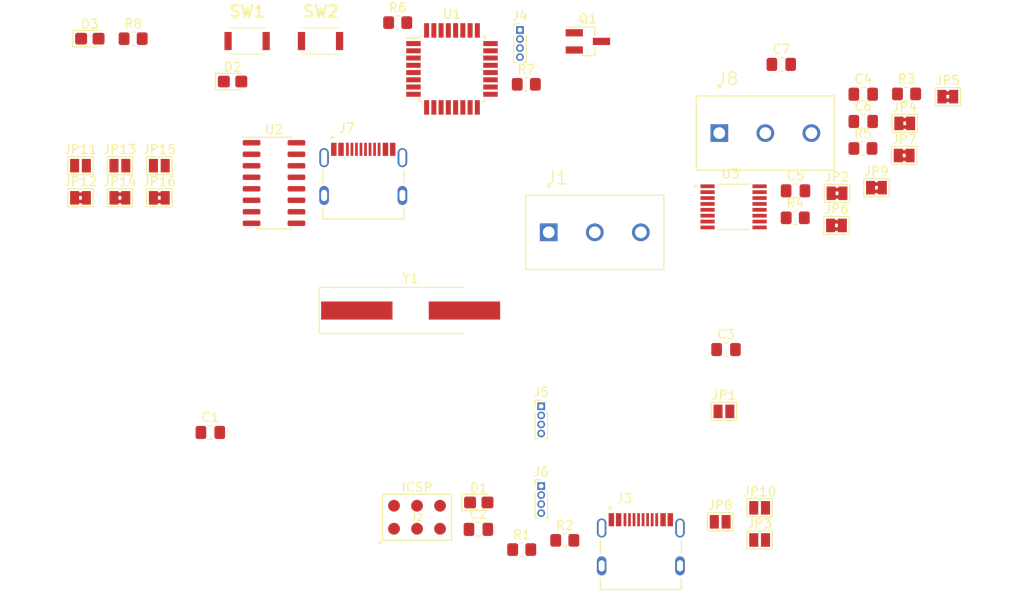
<source format=kicad_pcb>
(kicad_pcb (version 20171130) (host pcbnew "(5.1.10)-1")

  (general
    (thickness 1.6)
    (drawings 0)
    (tracks 0)
    (zones 0)
    (modules 49)
    (nets 70)
  )

  (page A4)
  (layers
    (0 F.Cu signal)
    (31 B.Cu signal)
    (32 B.Adhes user)
    (33 F.Adhes user)
    (34 B.Paste user)
    (35 F.Paste user)
    (36 B.SilkS user)
    (37 F.SilkS user)
    (38 B.Mask user)
    (39 F.Mask user)
    (40 Dwgs.User user)
    (41 Cmts.User user)
    (42 Eco1.User user)
    (43 Eco2.User user)
    (44 Edge.Cuts user)
    (45 Margin user)
    (46 B.CrtYd user)
    (47 F.CrtYd user)
    (48 B.Fab user)
    (49 F.Fab user)
  )

  (setup
    (last_trace_width 0.25)
    (trace_clearance 0.2)
    (zone_clearance 0.508)
    (zone_45_only no)
    (trace_min 0.2)
    (via_size 0.8)
    (via_drill 0.4)
    (via_min_size 0.4)
    (via_min_drill 0.3)
    (uvia_size 0.3)
    (uvia_drill 0.1)
    (uvias_allowed no)
    (uvia_min_size 0.2)
    (uvia_min_drill 0.1)
    (edge_width 0.05)
    (segment_width 0.2)
    (pcb_text_width 0.3)
    (pcb_text_size 1.5 1.5)
    (mod_edge_width 0.12)
    (mod_text_size 1 1)
    (mod_text_width 0.15)
    (pad_size 1.524 1.524)
    (pad_drill 0.762)
    (pad_to_mask_clearance 0)
    (aux_axis_origin 0 0)
    (visible_elements 7FFFFFFF)
    (pcbplotparams
      (layerselection 0x010fc_ffffffff)
      (usegerberextensions false)
      (usegerberattributes true)
      (usegerberadvancedattributes true)
      (creategerberjobfile true)
      (excludeedgelayer true)
      (linewidth 0.100000)
      (plotframeref false)
      (viasonmask false)
      (mode 1)
      (useauxorigin false)
      (hpglpennumber 1)
      (hpglpenspeed 20)
      (hpglpendiameter 15.000000)
      (psnegative false)
      (psa4output false)
      (plotreference true)
      (plotvalue true)
      (plotinvisibletext false)
      (padsonsilk false)
      (subtractmaskfromsilk false)
      (outputformat 1)
      (mirror false)
      (drillshape 1)
      (scaleselection 1)
      (outputdirectory ""))
  )

  (net 0 "")
  (net 1 XTAL1)
  (net 2 GND)
  (net 3 XTAL2)
  (net 4 VCC)
  (net 5 "Net-(D1-Pad2)")
  (net 6 SCK)
  (net 7 RST)
  (net 8 RX)
  (net 9 TX)
  (net 10 SCL)
  (net 11 SDA)
  (net 12 "Net-(U1-Pad19)")
  (net 13 "Net-(U1-Pad20)")
  (net 14 "Net-(U1-Pad22)")
  (net 15 "Net-(J3-PadA6)")
  (net 16 "Net-(J3-PadB7)")
  (net 17 "Net-(J3-PadA5)")
  (net 18 "Net-(J3-PadB8)")
  (net 19 "Net-(J3-PadA7)")
  (net 20 "Net-(J3-PadB6)")
  (net 21 "Net-(J3-PadA8)")
  (net 22 "Net-(J3-PadB5)")
  (net 23 "Net-(J7-PadA5)")
  (net 24 "Net-(J7-PadB8)")
  (net 25 "Net-(J7-PadA8)")
  (net 26 "Net-(J7-PadB5)")
  (net 27 "Net-(U2-Pad7)")
  (net 28 "Net-(U2-Pad8)")
  (net 29 "Net-(U2-Pad9)")
  (net 30 "Net-(U2-Pad10)")
  (net 31 "Net-(U2-Pad11)")
  (net 32 "Net-(U2-Pad12)")
  (net 33 "Net-(U2-Pad15)")
  (net 34 "Net-(C5-Pad2)")
  (net 35 "Net-(C6-Pad2)")
  (net 36 SIG1A)
  (net 37 SIG1B)
  (net 38 "Net-(J3-PadA4B9)")
  (net 39 "Net-(J3-PadB4A9)")
  (net 40 D+)
  (net 41 D-)
  (net 42 SIG2A)
  (net 43 SIG2B)
  (net 44 "Net-(U1-Pad25)")
  (net 45 "Net-(U1-Pad26)")
  (net 46 EXTRX)
  (net 47 EXTTX)
  (net 48 EXTRST)
  (net 49 "Net-(R6-Pad2)")
  (net 50 MUXS1)
  (net 51 MUXS2)
  (net 52 MUXS0)
  (net 53 "Net-(D2-Pad1)")
  (net 54 "Net-(D2-Pad2)")
  (net 55 STOPRST)
  (net 56 "Net-(Q1-Pad1)")
  (net 57 STOPRST-BTN)
  (net 58 "Net-(U1-Pad3)")
  (net 59 "Net-(U1-Pad6)")
  (net 60 "Net-(U1-Pad12)")
  (net 61 "Net-(C6-Pad1)")
  (net 62 "Net-(JP11-Pad1)")
  (net 63 MUXRX)
  (net 64 "Net-(JP13-Pad1)")
  (net 65 MUXTX)
  (net 66 MUXRST)
  (net 67 "Net-(U2-Pad14)")
  (net 68 "Net-(D3-Pad2)")
  (net 69 LED)

  (net_class Default "This is the default net class."
    (clearance 0.2)
    (trace_width 0.25)
    (via_dia 0.8)
    (via_drill 0.4)
    (uvia_dia 0.3)
    (uvia_drill 0.1)
    (add_net D+)
    (add_net D-)
    (add_net EXTRST)
    (add_net EXTRX)
    (add_net EXTTX)
    (add_net GND)
    (add_net LED)
    (add_net MUXRST)
    (add_net MUXRX)
    (add_net MUXS0)
    (add_net MUXS1)
    (add_net MUXS2)
    (add_net MUXTX)
    (add_net "Net-(C5-Pad2)")
    (add_net "Net-(C6-Pad1)")
    (add_net "Net-(C6-Pad2)")
    (add_net "Net-(D1-Pad2)")
    (add_net "Net-(D2-Pad1)")
    (add_net "Net-(D2-Pad2)")
    (add_net "Net-(D3-Pad2)")
    (add_net "Net-(J3-PadA4B9)")
    (add_net "Net-(J3-PadA5)")
    (add_net "Net-(J3-PadA6)")
    (add_net "Net-(J3-PadA7)")
    (add_net "Net-(J3-PadA8)")
    (add_net "Net-(J3-PadB4A9)")
    (add_net "Net-(J3-PadB5)")
    (add_net "Net-(J3-PadB6)")
    (add_net "Net-(J3-PadB7)")
    (add_net "Net-(J3-PadB8)")
    (add_net "Net-(J7-PadA5)")
    (add_net "Net-(J7-PadA8)")
    (add_net "Net-(J7-PadB5)")
    (add_net "Net-(J7-PadB8)")
    (add_net "Net-(JP11-Pad1)")
    (add_net "Net-(JP13-Pad1)")
    (add_net "Net-(Q1-Pad1)")
    (add_net "Net-(R6-Pad2)")
    (add_net "Net-(U1-Pad12)")
    (add_net "Net-(U1-Pad19)")
    (add_net "Net-(U1-Pad20)")
    (add_net "Net-(U1-Pad22)")
    (add_net "Net-(U1-Pad25)")
    (add_net "Net-(U1-Pad26)")
    (add_net "Net-(U1-Pad3)")
    (add_net "Net-(U1-Pad6)")
    (add_net "Net-(U2-Pad10)")
    (add_net "Net-(U2-Pad11)")
    (add_net "Net-(U2-Pad12)")
    (add_net "Net-(U2-Pad14)")
    (add_net "Net-(U2-Pad15)")
    (add_net "Net-(U2-Pad7)")
    (add_net "Net-(U2-Pad8)")
    (add_net "Net-(U2-Pad9)")
    (add_net RST)
    (add_net RX)
    (add_net SCK)
    (add_net SCL)
    (add_net SDA)
    (add_net SIG1A)
    (add_net SIG1B)
    (add_net SIG2A)
    (add_net SIG2B)
    (add_net STOPRST)
    (add_net STOPRST-BTN)
    (add_net TX)
    (add_net VCC)
    (add_net XTAL1)
    (add_net XTAL2)
  )

  (module Capacitor_SMD:C_0805_2012Metric_Pad1.18x1.45mm_HandSolder (layer F.Cu) (tedit 5F68FEEF) (tstamp 6116A267)
    (at 58.279001 181.901001)
    (descr "Capacitor SMD 0805 (2012 Metric), square (rectangular) end terminal, IPC_7351 nominal with elongated pad for handsoldering. (Body size source: IPC-SM-782 page 76, https://www.pcb-3d.com/wordpress/wp-content/uploads/ipc-sm-782a_amendment_1_and_2.pdf, https://docs.google.com/spreadsheets/d/1BsfQQcO9C6DZCsRaXUlFlo91Tg2WpOkGARC1WS5S8t0/edit?usp=sharing), generated with kicad-footprint-generator")
    (tags "capacitor handsolder")
    (path /611448F1)
    (attr smd)
    (fp_text reference C2 (at 0 -1.68) (layer F.SilkS)
      (effects (font (size 1 1) (thickness 0.15)))
    )
    (fp_text value 22p (at 0 1.68) (layer F.Fab)
      (effects (font (size 1 1) (thickness 0.15)))
    )
    (fp_line (start -1 0.625) (end -1 -0.625) (layer F.Fab) (width 0.1))
    (fp_line (start -1 -0.625) (end 1 -0.625) (layer F.Fab) (width 0.1))
    (fp_line (start 1 -0.625) (end 1 0.625) (layer F.Fab) (width 0.1))
    (fp_line (start 1 0.625) (end -1 0.625) (layer F.Fab) (width 0.1))
    (fp_line (start -0.261252 -0.735) (end 0.261252 -0.735) (layer F.SilkS) (width 0.12))
    (fp_line (start -0.261252 0.735) (end 0.261252 0.735) (layer F.SilkS) (width 0.12))
    (fp_line (start -1.88 0.98) (end -1.88 -0.98) (layer F.CrtYd) (width 0.05))
    (fp_line (start -1.88 -0.98) (end 1.88 -0.98) (layer F.CrtYd) (width 0.05))
    (fp_line (start 1.88 -0.98) (end 1.88 0.98) (layer F.CrtYd) (width 0.05))
    (fp_line (start 1.88 0.98) (end -1.88 0.98) (layer F.CrtYd) (width 0.05))
    (fp_text user %R (at 0 0) (layer F.Fab)
      (effects (font (size 0.5 0.5) (thickness 0.08)))
    )
    (pad 1 smd roundrect (at -1.0375 0) (size 1.175 1.45) (layers F.Cu F.Paste F.Mask) (roundrect_rratio 0.212766)
      (net 3 XTAL2))
    (pad 2 smd roundrect (at 1.0375 0) (size 1.175 1.45) (layers F.Cu F.Paste F.Mask) (roundrect_rratio 0.212766)
      (net 2 GND))
    (model ${KISYS3DMOD}/Capacitor_SMD.3dshapes/C_0805_2012Metric.wrl
      (at (xyz 0 0 0))
      (scale (xyz 1 1 1))
      (rotate (xyz 0 0 0))
    )
  )

  (module Capacitor_SMD:C_0805_2012Metric_Pad1.18x1.45mm_HandSolder (layer F.Cu) (tedit 5F68FEEF) (tstamp 6116A278)
    (at 85.599001 162.041001)
    (descr "Capacitor SMD 0805 (2012 Metric), square (rectangular) end terminal, IPC_7351 nominal with elongated pad for handsoldering. (Body size source: IPC-SM-782 page 76, https://www.pcb-3d.com/wordpress/wp-content/uploads/ipc-sm-782a_amendment_1_and_2.pdf, https://docs.google.com/spreadsheets/d/1BsfQQcO9C6DZCsRaXUlFlo91Tg2WpOkGARC1WS5S8t0/edit?usp=sharing), generated with kicad-footprint-generator")
    (tags "capacitor handsolder")
    (path /6115564D)
    (attr smd)
    (fp_text reference C3 (at 0 -1.68) (layer F.SilkS)
      (effects (font (size 1 1) (thickness 0.15)))
    )
    (fp_text value 100n (at 0 1.68) (layer F.Fab)
      (effects (font (size 1 1) (thickness 0.15)))
    )
    (fp_line (start 1.88 0.98) (end -1.88 0.98) (layer F.CrtYd) (width 0.05))
    (fp_line (start 1.88 -0.98) (end 1.88 0.98) (layer F.CrtYd) (width 0.05))
    (fp_line (start -1.88 -0.98) (end 1.88 -0.98) (layer F.CrtYd) (width 0.05))
    (fp_line (start -1.88 0.98) (end -1.88 -0.98) (layer F.CrtYd) (width 0.05))
    (fp_line (start -0.261252 0.735) (end 0.261252 0.735) (layer F.SilkS) (width 0.12))
    (fp_line (start -0.261252 -0.735) (end 0.261252 -0.735) (layer F.SilkS) (width 0.12))
    (fp_line (start 1 0.625) (end -1 0.625) (layer F.Fab) (width 0.1))
    (fp_line (start 1 -0.625) (end 1 0.625) (layer F.Fab) (width 0.1))
    (fp_line (start -1 -0.625) (end 1 -0.625) (layer F.Fab) (width 0.1))
    (fp_line (start -1 0.625) (end -1 -0.625) (layer F.Fab) (width 0.1))
    (fp_text user %R (at 0 0) (layer F.Fab)
      (effects (font (size 0.5 0.5) (thickness 0.08)))
    )
    (pad 2 smd roundrect (at 1.0375 0) (size 1.175 1.45) (layers F.Cu F.Paste F.Mask) (roundrect_rratio 0.212766)
      (net 2 GND))
    (pad 1 smd roundrect (at -1.0375 0) (size 1.175 1.45) (layers F.Cu F.Paste F.Mask) (roundrect_rratio 0.212766)
      (net 4 VCC))
    (model ${KISYS3DMOD}/Capacitor_SMD.3dshapes/C_0805_2012Metric.wrl
      (at (xyz 0 0 0))
      (scale (xyz 1 1 1))
      (rotate (xyz 0 0 0))
    )
  )

  (module LED_SMD:LED_0805_2012Metric_Castellated (layer F.Cu) (tedit 5F68FEF1) (tstamp 6116A28B)
    (at 58.319001 178.926001)
    (descr "LED SMD 0805 (2012 Metric), castellated end terminal, IPC_7351 nominal, (Body size source: https://docs.google.com/spreadsheets/d/1BsfQQcO9C6DZCsRaXUlFlo91Tg2WpOkGARC1WS5S8t0/edit?usp=sharing), generated with kicad-footprint-generator")
    (tags "LED castellated")
    (path /6113FB23)
    (attr smd)
    (fp_text reference D1 (at 0 -1.6) (layer F.SilkS)
      (effects (font (size 1 1) (thickness 0.15)))
    )
    (fp_text value 17-21/BHC-XL2M2TY/3T (at 0 1.6) (layer F.Fab)
      (effects (font (size 1 1) (thickness 0.15)))
    )
    (fp_line (start 1 -0.6) (end -0.7 -0.6) (layer F.Fab) (width 0.1))
    (fp_line (start -0.7 -0.6) (end -1 -0.3) (layer F.Fab) (width 0.1))
    (fp_line (start -1 -0.3) (end -1 0.6) (layer F.Fab) (width 0.1))
    (fp_line (start -1 0.6) (end 1 0.6) (layer F.Fab) (width 0.1))
    (fp_line (start 1 0.6) (end 1 -0.6) (layer F.Fab) (width 0.1))
    (fp_line (start 1 -0.91) (end -1.885 -0.91) (layer F.SilkS) (width 0.12))
    (fp_line (start -1.885 -0.91) (end -1.885 0.91) (layer F.SilkS) (width 0.12))
    (fp_line (start -1.885 0.91) (end 1 0.91) (layer F.SilkS) (width 0.12))
    (fp_line (start -1.88 0.9) (end -1.88 -0.9) (layer F.CrtYd) (width 0.05))
    (fp_line (start -1.88 -0.9) (end 1.88 -0.9) (layer F.CrtYd) (width 0.05))
    (fp_line (start 1.88 -0.9) (end 1.88 0.9) (layer F.CrtYd) (width 0.05))
    (fp_line (start 1.88 0.9) (end -1.88 0.9) (layer F.CrtYd) (width 0.05))
    (fp_text user %R (at 0 0) (layer F.Fab)
      (effects (font (size 0.5 0.5) (thickness 0.08)))
    )
    (pad 1 smd roundrect (at -0.9625 0) (size 1.325 1.3) (layers F.Cu F.Paste F.Mask) (roundrect_rratio 0.192308)
      (net 2 GND))
    (pad 2 smd roundrect (at 0.9625 0) (size 1.325 1.3) (layers F.Cu F.Paste F.Mask) (roundrect_rratio 0.192308)
      (net 5 "Net-(D1-Pad2)"))
    (model ${KISYS3DMOD}/LED_SMD.3dshapes/LED_0805_2012Metric_Castellated.wrl
      (at (xyz 0 0 0))
      (scale (xyz 1 1 1))
      (rotate (xyz 0 0 0))
    )
  )

  (module AVR-ISP:AVR-ISP (layer F.Cu) (tedit 61126B73) (tstamp 6116A29B)
    (at 51.508001 180.559501)
    (path /61134728)
    (fp_text reference J2 (at 0 0) (layer F.SilkS)
      (effects (font (size 0.787402 0.787402) (thickness 0.15)))
    )
    (fp_text value AVR-ISP-6 (at 0 0) (layer F.Fab)
      (effects (font (size 0.787402 0.787402) (thickness 0.15)))
    )
    (fp_circle (center -4.064 2.794) (end -3.964 2.794) (layer F.SilkS) (width 0.2))
    (fp_line (start -3.81 2.54) (end -3.81 -2.54) (layer F.SilkS) (width 0.127))
    (fp_line (start 3.81 2.54) (end -3.81 2.54) (layer F.SilkS) (width 0.127))
    (fp_line (start 3.81 -2.54) (end 3.81 2.54) (layer F.SilkS) (width 0.127))
    (fp_line (start -3.81 -2.54) (end 3.81 -2.54) (layer F.SilkS) (width 0.127))
    (fp_text user ICSP (at 0 -3.302) (layer F.SilkS)
      (effects (font (size 1 1) (thickness 0.15)))
    )
    (pad 4 smd circle (at 0 -1.27) (size 1.308 1.308) (layers F.Cu F.Paste F.Mask)
      (net 46 EXTRX))
    (pad 3 smd circle (at 0 1.27) (size 1.308 1.308) (layers F.Cu F.Paste F.Mask)
      (net 6 SCK))
    (pad 2 smd circle (at -2.54 -1.27) (size 1.308 1.308) (layers F.Cu F.Paste F.Mask)
      (net 4 VCC))
    (pad 1 smd circle (at -2.54 1.27) (size 1.308 1.308) (layers F.Cu F.Paste F.Mask)
      (net 47 EXTTX))
    (pad 5 smd circle (at 2.54 1.27) (size 1.308 1.308) (layers F.Cu F.Paste F.Mask)
      (net 7 RST))
    (pad 6 smd circle (at 2.54 -1.27) (size 1.308 1.308) (layers F.Cu F.Paste F.Mask)
      (net 2 GND))
  )

  (module HRO_TYPE-C-31-M-12:HRO_TYPE-C-31-M-12 (layer F.Cu) (tedit 6112D184) (tstamp 6116A2C0)
    (at 76.2 185.928)
    (path /6112D89A)
    (fp_text reference J3 (at -1.825 -7.435) (layer F.SilkS)
      (effects (font (size 1 1) (thickness 0.15)))
    )
    (fp_text value TYPE-C-31-M-12 (at 6.43 4.135) (layer F.Fab)
      (effects (font (size 1 1) (thickness 0.15)))
    )
    (fp_line (start -4.47 2.6) (end 4.47 2.6) (layer F.Fab) (width 0.127))
    (fp_line (start 4.47 2.6) (end 4.47 -4.7) (layer F.Fab) (width 0.127))
    (fp_line (start 4.47 -4.7) (end -4.47 -4.7) (layer F.Fab) (width 0.127))
    (fp_line (start -4.47 -4.7) (end -4.47 2.6) (layer F.Fab) (width 0.127))
    (fp_line (start -4.47 -2.81) (end -4.47 -1.37) (layer F.SilkS) (width 0.127))
    (fp_line (start 4.47 -2.81) (end 4.47 -1.37) (layer F.SilkS) (width 0.127))
    (fp_line (start 4.47 1.37) (end 4.47 2.6) (layer F.SilkS) (width 0.127))
    (fp_line (start 4.47 2.6) (end -4.47 2.6) (layer F.SilkS) (width 0.127))
    (fp_line (start -4.47 2.6) (end -4.47 1.37) (layer F.SilkS) (width 0.127))
    (fp_line (start -5.095 2.85) (end 5.095 2.85) (layer F.CrtYd) (width 0.05))
    (fp_line (start 5.095 2.85) (end 5.095 -6.07) (layer F.CrtYd) (width 0.05))
    (fp_line (start 5.095 -6.07) (end -5.095 -6.07) (layer F.CrtYd) (width 0.05))
    (fp_line (start -5.095 -6.07) (end -5.095 2.85) (layer F.CrtYd) (width 0.05))
    (fp_circle (center -3.4 -6.4) (end -3.3 -6.4) (layer F.Fab) (width 0.2))
    (fp_circle (center -3.4 -6.4) (end -3.3 -6.4) (layer F.SilkS) (width 0.2))
    (pad A1B12 smd rect (at -3.25 -5.095) (size 0.6 1.45) (layers F.Cu F.Paste F.Mask)
      (net 2 GND))
    (pad A4B9 smd rect (at -2.45 -5.095) (size 0.6 1.45) (layers F.Cu F.Paste F.Mask)
      (net 38 "Net-(J3-PadA4B9)"))
    (pad A6 smd rect (at -0.25 -5.095) (size 0.3 1.45) (layers F.Cu F.Paste F.Mask)
      (net 15 "Net-(J3-PadA6)"))
    (pad B7 smd rect (at -0.75 -5.095) (size 0.3 1.45) (layers F.Cu F.Paste F.Mask)
      (net 16 "Net-(J3-PadB7)"))
    (pad A5 smd rect (at -1.25 -5.095) (size 0.3 1.45) (layers F.Cu F.Paste F.Mask)
      (net 17 "Net-(J3-PadA5)"))
    (pad B8 smd rect (at -1.75 -5.095) (size 0.3 1.45) (layers F.Cu F.Paste F.Mask)
      (net 18 "Net-(J3-PadB8)"))
    (pad A7 smd rect (at 0.25 -5.095) (size 0.3 1.45) (layers F.Cu F.Paste F.Mask)
      (net 19 "Net-(J3-PadA7)"))
    (pad B6 smd rect (at 0.75 -5.095) (size 0.3 1.45) (layers F.Cu F.Paste F.Mask)
      (net 20 "Net-(J3-PadB6)"))
    (pad A8 smd rect (at 1.25 -5.095) (size 0.3 1.45) (layers F.Cu F.Paste F.Mask)
      (net 21 "Net-(J3-PadA8)"))
    (pad B5 smd rect (at 1.75 -5.095) (size 0.3 1.45) (layers F.Cu F.Paste F.Mask)
      (net 22 "Net-(J3-PadB5)"))
    (pad B4A9 smd rect (at 2.45 -5.095) (size 0.6 1.45) (layers F.Cu F.Paste F.Mask)
      (net 39 "Net-(J3-PadB4A9)"))
    (pad B1A12 smd rect (at 3.25 -5.095) (size 0.6 1.45) (layers F.Cu F.Paste F.Mask)
      (net 2 GND))
    (pad S1 thru_hole oval (at -4.32 -4.18) (size 1.05 2.1) (drill oval 0.65 1.75) (layers *.Cu *.Mask)
      (net 2 GND))
    (pad S2 thru_hole oval (at 4.32 -4.18) (size 1.05 2.1) (drill oval 0.65 1.75) (layers *.Cu *.Mask)
      (net 2 GND))
    (pad S3 thru_hole oval (at -4.32 0) (size 1.05 2.1) (drill oval 0.65 1.25) (layers *.Cu *.Mask)
      (net 2 GND))
    (pad S4 thru_hole oval (at 4.32 0) (size 1.05 2.1) (drill oval 0.65 1.25) (layers *.Cu *.Mask)
      (net 2 GND))
    (pad None np_thru_hole circle (at -2.89 -3.65) (size 0.7 0.7) (drill 0.7) (layers *.Cu *.Mask))
    (pad None np_thru_hole circle (at 2.89 -3.65) (size 0.7 0.7) (drill 0.7) (layers *.Cu *.Mask))
    (model ${KIPRJMOD}/Libraries/HRO_TYPE-C-31-M-12.models/TYPE-C-31-M-12.step
      (at (xyz 0 0 0))
      (scale (xyz 1 1 1))
      (rotate (xyz -90 0 0))
    )
  )

  (module Connector_PinHeader_1.00mm:PinHeader_1x04_P1.00mm_Vertical (layer F.Cu) (tedit 59FED738) (tstamp 6116A2FD)
    (at 65.209001 168.311001)
    (descr "Through hole straight pin header, 1x04, 1.00mm pitch, single row")
    (tags "Through hole pin header THT 1x04 1.00mm single row")
    (path /613031C0)
    (fp_text reference J5 (at 0 -1.56) (layer F.SilkS)
      (effects (font (size 1 1) (thickness 0.15)))
    )
    (fp_text value Conn_01x04 (at 0 4.56) (layer F.Fab)
      (effects (font (size 1 1) (thickness 0.15)))
    )
    (fp_line (start -0.3175 -0.5) (end 0.635 -0.5) (layer F.Fab) (width 0.1))
    (fp_line (start 0.635 -0.5) (end 0.635 3.5) (layer F.Fab) (width 0.1))
    (fp_line (start 0.635 3.5) (end -0.635 3.5) (layer F.Fab) (width 0.1))
    (fp_line (start -0.635 3.5) (end -0.635 -0.1825) (layer F.Fab) (width 0.1))
    (fp_line (start -0.635 -0.1825) (end -0.3175 -0.5) (layer F.Fab) (width 0.1))
    (fp_line (start -0.695 3.56) (end -0.394493 3.56) (layer F.SilkS) (width 0.12))
    (fp_line (start 0.394493 3.56) (end 0.695 3.56) (layer F.SilkS) (width 0.12))
    (fp_line (start -0.695 0.685) (end -0.695 3.56) (layer F.SilkS) (width 0.12))
    (fp_line (start 0.695 0.685) (end 0.695 3.56) (layer F.SilkS) (width 0.12))
    (fp_line (start -0.695 0.685) (end -0.608276 0.685) (layer F.SilkS) (width 0.12))
    (fp_line (start 0.608276 0.685) (end 0.695 0.685) (layer F.SilkS) (width 0.12))
    (fp_line (start -0.695 0) (end -0.695 -0.685) (layer F.SilkS) (width 0.12))
    (fp_line (start -0.695 -0.685) (end 0 -0.685) (layer F.SilkS) (width 0.12))
    (fp_line (start -1.15 -1) (end -1.15 4) (layer F.CrtYd) (width 0.05))
    (fp_line (start -1.15 4) (end 1.15 4) (layer F.CrtYd) (width 0.05))
    (fp_line (start 1.15 4) (end 1.15 -1) (layer F.CrtYd) (width 0.05))
    (fp_line (start 1.15 -1) (end -1.15 -1) (layer F.CrtYd) (width 0.05))
    (fp_text user %R (at 0 1.5 90) (layer F.Fab)
      (effects (font (size 0.76 0.76) (thickness 0.114)))
    )
    (pad 1 thru_hole rect (at 0 0) (size 0.85 0.85) (drill 0.5) (layers *.Cu *.Mask)
      (net 2 GND))
    (pad 2 thru_hole oval (at 0 1) (size 0.85 0.85) (drill 0.5) (layers *.Cu *.Mask)
      (net 9 TX))
    (pad 3 thru_hole oval (at 0 2) (size 0.85 0.85) (drill 0.5) (layers *.Cu *.Mask)
      (net 8 RX))
    (pad 4 thru_hole oval (at 0 3) (size 0.85 0.85) (drill 0.5) (layers *.Cu *.Mask)
      (net 7 RST))
    (model ${KISYS3DMOD}/Connector_PinHeader_1.00mm.3dshapes/PinHeader_1x04_P1.00mm_Vertical.wrl
      (at (xyz 0 0 0))
      (scale (xyz 1 1 1))
      (rotate (xyz 0 0 0))
    )
  )

  (module Connector_PinHeader_1.00mm:PinHeader_1x04_P1.00mm_Vertical (layer F.Cu) (tedit 59FED738) (tstamp 6116A317)
    (at 65.209001 177.111001)
    (descr "Through hole straight pin header, 1x04, 1.00mm pitch, single row")
    (tags "Through hole pin header THT 1x04 1.00mm single row")
    (path /613021A3)
    (fp_text reference J6 (at 0 -1.56) (layer F.SilkS)
      (effects (font (size 1 1) (thickness 0.15)))
    )
    (fp_text value Conn_01x04 (at 0 4.56) (layer F.Fab)
      (effects (font (size 1 1) (thickness 0.15)))
    )
    (fp_line (start 1.15 -1) (end -1.15 -1) (layer F.CrtYd) (width 0.05))
    (fp_line (start 1.15 4) (end 1.15 -1) (layer F.CrtYd) (width 0.05))
    (fp_line (start -1.15 4) (end 1.15 4) (layer F.CrtYd) (width 0.05))
    (fp_line (start -1.15 -1) (end -1.15 4) (layer F.CrtYd) (width 0.05))
    (fp_line (start -0.695 -0.685) (end 0 -0.685) (layer F.SilkS) (width 0.12))
    (fp_line (start -0.695 0) (end -0.695 -0.685) (layer F.SilkS) (width 0.12))
    (fp_line (start 0.608276 0.685) (end 0.695 0.685) (layer F.SilkS) (width 0.12))
    (fp_line (start -0.695 0.685) (end -0.608276 0.685) (layer F.SilkS) (width 0.12))
    (fp_line (start 0.695 0.685) (end 0.695 3.56) (layer F.SilkS) (width 0.12))
    (fp_line (start -0.695 0.685) (end -0.695 3.56) (layer F.SilkS) (width 0.12))
    (fp_line (start 0.394493 3.56) (end 0.695 3.56) (layer F.SilkS) (width 0.12))
    (fp_line (start -0.695 3.56) (end -0.394493 3.56) (layer F.SilkS) (width 0.12))
    (fp_line (start -0.635 -0.1825) (end -0.3175 -0.5) (layer F.Fab) (width 0.1))
    (fp_line (start -0.635 3.5) (end -0.635 -0.1825) (layer F.Fab) (width 0.1))
    (fp_line (start 0.635 3.5) (end -0.635 3.5) (layer F.Fab) (width 0.1))
    (fp_line (start 0.635 -0.5) (end 0.635 3.5) (layer F.Fab) (width 0.1))
    (fp_line (start -0.3175 -0.5) (end 0.635 -0.5) (layer F.Fab) (width 0.1))
    (fp_text user %R (at 0 1.5 90) (layer F.Fab)
      (effects (font (size 0.76 0.76) (thickness 0.114)))
    )
    (pad 4 thru_hole oval (at 0 3) (size 0.85 0.85) (drill 0.5) (layers *.Cu *.Mask)
      (net 4 VCC))
    (pad 3 thru_hole oval (at 0 2) (size 0.85 0.85) (drill 0.5) (layers *.Cu *.Mask)
      (net 10 SCL))
    (pad 2 thru_hole oval (at 0 1) (size 0.85 0.85) (drill 0.5) (layers *.Cu *.Mask)
      (net 11 SDA))
    (pad 1 thru_hole rect (at 0 0) (size 0.85 0.85) (drill 0.5) (layers *.Cu *.Mask)
      (net 2 GND))
    (model ${KISYS3DMOD}/Connector_PinHeader_1.00mm.3dshapes/PinHeader_1x04_P1.00mm_Vertical.wrl
      (at (xyz 0 0 0))
      (scale (xyz 1 1 1))
      (rotate (xyz 0 0 0))
    )
  )

  (module Jumper:SolderJumper-2_P1.3mm_Open_Pad1.0x1.5mm (layer F.Cu) (tedit 5A3EABFC) (tstamp 6116A325)
    (at 85.369001 168.871001)
    (descr "SMD Solder Jumper, 1x1.5mm Pads, 0.3mm gap, open")
    (tags "solder jumper open")
    (path /6113282A)
    (attr virtual)
    (fp_text reference JP1 (at 0 -1.8) (layer F.SilkS)
      (effects (font (size 1 1) (thickness 0.15)))
    )
    (fp_text value SolderJumper (at 0 1.9) (layer F.Fab)
      (effects (font (size 1 1) (thickness 0.15)))
    )
    (fp_line (start -1.4 1) (end -1.4 -1) (layer F.SilkS) (width 0.12))
    (fp_line (start 1.4 1) (end -1.4 1) (layer F.SilkS) (width 0.12))
    (fp_line (start 1.4 -1) (end 1.4 1) (layer F.SilkS) (width 0.12))
    (fp_line (start -1.4 -1) (end 1.4 -1) (layer F.SilkS) (width 0.12))
    (fp_line (start -1.65 -1.25) (end 1.65 -1.25) (layer F.CrtYd) (width 0.05))
    (fp_line (start -1.65 -1.25) (end -1.65 1.25) (layer F.CrtYd) (width 0.05))
    (fp_line (start 1.65 1.25) (end 1.65 -1.25) (layer F.CrtYd) (width 0.05))
    (fp_line (start 1.65 1.25) (end -1.65 1.25) (layer F.CrtYd) (width 0.05))
    (pad 2 smd rect (at 0.65 0) (size 1 1.5) (layers F.Cu F.Mask)
      (net 15 "Net-(J3-PadA6)"))
    (pad 1 smd rect (at -0.65 0) (size 1 1.5) (layers F.Cu F.Mask)
      (net 11 SDA))
  )

  (module Jumper:SolderJumper-2_P1.3mm_Open_Pad1.0x1.5mm (layer F.Cu) (tedit 5A3EABFC) (tstamp 6116A341)
    (at 89.309001 183.071001)
    (descr "SMD Solder Jumper, 1x1.5mm Pads, 0.3mm gap, open")
    (tags "solder jumper open")
    (path /6118262C)
    (attr virtual)
    (fp_text reference JP3 (at 0 -1.8) (layer F.SilkS)
      (effects (font (size 1 1) (thickness 0.15)))
    )
    (fp_text value SolderJumper (at 0 1.9) (layer F.Fab)
      (effects (font (size 1 1) (thickness 0.15)))
    )
    (fp_line (start 1.65 1.25) (end -1.65 1.25) (layer F.CrtYd) (width 0.05))
    (fp_line (start 1.65 1.25) (end 1.65 -1.25) (layer F.CrtYd) (width 0.05))
    (fp_line (start -1.65 -1.25) (end -1.65 1.25) (layer F.CrtYd) (width 0.05))
    (fp_line (start -1.65 -1.25) (end 1.65 -1.25) (layer F.CrtYd) (width 0.05))
    (fp_line (start -1.4 -1) (end 1.4 -1) (layer F.SilkS) (width 0.12))
    (fp_line (start 1.4 -1) (end 1.4 1) (layer F.SilkS) (width 0.12))
    (fp_line (start 1.4 1) (end -1.4 1) (layer F.SilkS) (width 0.12))
    (fp_line (start -1.4 1) (end -1.4 -1) (layer F.SilkS) (width 0.12))
    (pad 1 smd rect (at -0.65 0) (size 1 1.5) (layers F.Cu F.Mask)
      (net 10 SCL))
    (pad 2 smd rect (at 0.65 0) (size 1 1.5) (layers F.Cu F.Mask)
      (net 19 "Net-(J3-PadA7)"))
  )

  (module Jumper:SolderJumper-2_P1.3mm_Open_Pad1.0x1.5mm (layer F.Cu) (tedit 5A3EABFC) (tstamp 6116A387)
    (at 84.959001 181.061001)
    (descr "SMD Solder Jumper, 1x1.5mm Pads, 0.3mm gap, open")
    (tags "solder jumper open")
    (path /611A3587)
    (attr virtual)
    (fp_text reference JP8 (at 0 -1.8) (layer F.SilkS)
      (effects (font (size 1 1) (thickness 0.15)))
    )
    (fp_text value SolderJumper (at 0 1.9) (layer F.Fab)
      (effects (font (size 1 1) (thickness 0.15)))
    )
    (fp_line (start 1.65 1.25) (end -1.65 1.25) (layer F.CrtYd) (width 0.05))
    (fp_line (start 1.65 1.25) (end 1.65 -1.25) (layer F.CrtYd) (width 0.05))
    (fp_line (start -1.65 -1.25) (end -1.65 1.25) (layer F.CrtYd) (width 0.05))
    (fp_line (start -1.65 -1.25) (end 1.65 -1.25) (layer F.CrtYd) (width 0.05))
    (fp_line (start -1.4 -1) (end 1.4 -1) (layer F.SilkS) (width 0.12))
    (fp_line (start 1.4 -1) (end 1.4 1) (layer F.SilkS) (width 0.12))
    (fp_line (start 1.4 1) (end -1.4 1) (layer F.SilkS) (width 0.12))
    (fp_line (start -1.4 1) (end -1.4 -1) (layer F.SilkS) (width 0.12))
    (pad 1 smd rect (at -0.65 0) (size 1 1.5) (layers F.Cu F.Mask)
      (net 10 SCL))
    (pad 2 smd rect (at 0.65 0) (size 1 1.5) (layers F.Cu F.Mask)
      (net 16 "Net-(J3-PadB7)"))
  )

  (module Jumper:SolderJumper-2_P1.3mm_Open_Pad1.0x1.5mm (layer F.Cu) (tedit 5A3EABFC) (tstamp 6116A3A3)
    (at 89.309001 179.521001)
    (descr "SMD Solder Jumper, 1x1.5mm Pads, 0.3mm gap, open")
    (tags "solder jumper open")
    (path /611A3577)
    (attr virtual)
    (fp_text reference JP10 (at 0 -1.8) (layer F.SilkS)
      (effects (font (size 1 1) (thickness 0.15)))
    )
    (fp_text value SolderJumper (at 0 1.9) (layer F.Fab)
      (effects (font (size 1 1) (thickness 0.15)))
    )
    (fp_line (start -1.4 1) (end -1.4 -1) (layer F.SilkS) (width 0.12))
    (fp_line (start 1.4 1) (end -1.4 1) (layer F.SilkS) (width 0.12))
    (fp_line (start 1.4 -1) (end 1.4 1) (layer F.SilkS) (width 0.12))
    (fp_line (start -1.4 -1) (end 1.4 -1) (layer F.SilkS) (width 0.12))
    (fp_line (start -1.65 -1.25) (end 1.65 -1.25) (layer F.CrtYd) (width 0.05))
    (fp_line (start -1.65 -1.25) (end -1.65 1.25) (layer F.CrtYd) (width 0.05))
    (fp_line (start 1.65 1.25) (end 1.65 -1.25) (layer F.CrtYd) (width 0.05))
    (fp_line (start 1.65 1.25) (end -1.65 1.25) (layer F.CrtYd) (width 0.05))
    (pad 2 smd rect (at 0.65 0) (size 1 1.5) (layers F.Cu F.Mask)
      (net 20 "Net-(J3-PadB6)"))
    (pad 1 smd rect (at -0.65 0) (size 1 1.5) (layers F.Cu F.Mask)
      (net 11 SDA))
  )

  (module Resistor_SMD:R_0805_2012Metric_Pad1.20x1.40mm_HandSolder (layer F.Cu) (tedit 5F68FEEE) (tstamp 6116A3B4)
    (at 63.059001 184.131001)
    (descr "Resistor SMD 0805 (2012 Metric), square (rectangular) end terminal, IPC_7351 nominal with elongated pad for handsoldering. (Body size source: IPC-SM-782 page 72, https://www.pcb-3d.com/wordpress/wp-content/uploads/ipc-sm-782a_amendment_1_and_2.pdf), generated with kicad-footprint-generator")
    (tags "resistor handsolder")
    (path /611669B4)
    (attr smd)
    (fp_text reference R1 (at 0 -1.65) (layer F.SilkS)
      (effects (font (size 1 1) (thickness 0.15)))
    )
    (fp_text value 10k (at 0 1.65) (layer F.Fab)
      (effects (font (size 1 1) (thickness 0.15)))
    )
    (fp_line (start -1 0.625) (end -1 -0.625) (layer F.Fab) (width 0.1))
    (fp_line (start -1 -0.625) (end 1 -0.625) (layer F.Fab) (width 0.1))
    (fp_line (start 1 -0.625) (end 1 0.625) (layer F.Fab) (width 0.1))
    (fp_line (start 1 0.625) (end -1 0.625) (layer F.Fab) (width 0.1))
    (fp_line (start -0.227064 -0.735) (end 0.227064 -0.735) (layer F.SilkS) (width 0.12))
    (fp_line (start -0.227064 0.735) (end 0.227064 0.735) (layer F.SilkS) (width 0.12))
    (fp_line (start -1.85 0.95) (end -1.85 -0.95) (layer F.CrtYd) (width 0.05))
    (fp_line (start -1.85 -0.95) (end 1.85 -0.95) (layer F.CrtYd) (width 0.05))
    (fp_line (start 1.85 -0.95) (end 1.85 0.95) (layer F.CrtYd) (width 0.05))
    (fp_line (start 1.85 0.95) (end -1.85 0.95) (layer F.CrtYd) (width 0.05))
    (fp_text user %R (at 0 0) (layer F.Fab)
      (effects (font (size 0.5 0.5) (thickness 0.08)))
    )
    (pad 1 smd roundrect (at -1 0) (size 1.2 1.4) (layers F.Cu F.Paste F.Mask) (roundrect_rratio 0.208333)
      (net 7 RST))
    (pad 2 smd roundrect (at 1 0) (size 1.2 1.4) (layers F.Cu F.Paste F.Mask) (roundrect_rratio 0.208333)
      (net 4 VCC))
    (model ${KISYS3DMOD}/Resistor_SMD.3dshapes/R_0805_2012Metric.wrl
      (at (xyz 0 0 0))
      (scale (xyz 1 1 1))
      (rotate (xyz 0 0 0))
    )
  )

  (module Resistor_SMD:R_0805_2012Metric_Pad1.20x1.40mm_HandSolder (layer F.Cu) (tedit 5F68FEEE) (tstamp 6116A3C5)
    (at 67.809001 183.111001)
    (descr "Resistor SMD 0805 (2012 Metric), square (rectangular) end terminal, IPC_7351 nominal with elongated pad for handsoldering. (Body size source: IPC-SM-782 page 72, https://www.pcb-3d.com/wordpress/wp-content/uploads/ipc-sm-782a_amendment_1_and_2.pdf), generated with kicad-footprint-generator")
    (tags "resistor handsolder")
    (path /6114AFDD)
    (attr smd)
    (fp_text reference R2 (at 0 -1.65) (layer F.SilkS)
      (effects (font (size 1 1) (thickness 0.15)))
    )
    (fp_text value 200 (at 0 1.65) (layer F.Fab)
      (effects (font (size 1 1) (thickness 0.15)))
    )
    (fp_line (start 1.85 0.95) (end -1.85 0.95) (layer F.CrtYd) (width 0.05))
    (fp_line (start 1.85 -0.95) (end 1.85 0.95) (layer F.CrtYd) (width 0.05))
    (fp_line (start -1.85 -0.95) (end 1.85 -0.95) (layer F.CrtYd) (width 0.05))
    (fp_line (start -1.85 0.95) (end -1.85 -0.95) (layer F.CrtYd) (width 0.05))
    (fp_line (start -0.227064 0.735) (end 0.227064 0.735) (layer F.SilkS) (width 0.12))
    (fp_line (start -0.227064 -0.735) (end 0.227064 -0.735) (layer F.SilkS) (width 0.12))
    (fp_line (start 1 0.625) (end -1 0.625) (layer F.Fab) (width 0.1))
    (fp_line (start 1 -0.625) (end 1 0.625) (layer F.Fab) (width 0.1))
    (fp_line (start -1 -0.625) (end 1 -0.625) (layer F.Fab) (width 0.1))
    (fp_line (start -1 0.625) (end -1 -0.625) (layer F.Fab) (width 0.1))
    (fp_text user %R (at 0 0) (layer F.Fab)
      (effects (font (size 0.5 0.5) (thickness 0.08)))
    )
    (pad 2 smd roundrect (at 1 0) (size 1.2 1.4) (layers F.Cu F.Paste F.Mask) (roundrect_rratio 0.208333)
      (net 4 VCC))
    (pad 1 smd roundrect (at -1 0) (size 1.2 1.4) (layers F.Cu F.Paste F.Mask) (roundrect_rratio 0.208333)
      (net 5 "Net-(D1-Pad2)"))
    (model ${KISYS3DMOD}/Resistor_SMD.3dshapes/R_0805_2012Metric.wrl
      (at (xyz 0 0 0))
      (scale (xyz 1 1 1))
      (rotate (xyz 0 0 0))
    )
  )

  (module Crystal:Crystal_SMD_HC49-SD_HandSoldering (layer F.Cu) (tedit 5A1AD52C) (tstamp 6116A412)
    (at 50.8 157.734)
    (descr "SMD Crystal HC-49-SD http://cdn-reichelt.de/documents/datenblatt/B400/xxx-HC49-SMD.pdf, hand-soldering, 11.4x4.7mm^2 package")
    (tags "SMD SMT crystal hand-soldering")
    (path /6113484F)
    (attr smd)
    (fp_text reference Y1 (at 0 -3.55) (layer F.SilkS)
      (effects (font (size 1 1) (thickness 0.15)))
    )
    (fp_text value 16MHz (at 0 3.55) (layer F.Fab)
      (effects (font (size 1 1) (thickness 0.15)))
    )
    (fp_line (start -5.7 -2.35) (end -5.7 2.35) (layer F.Fab) (width 0.1))
    (fp_line (start -5.7 2.35) (end 5.7 2.35) (layer F.Fab) (width 0.1))
    (fp_line (start 5.7 2.35) (end 5.7 -2.35) (layer F.Fab) (width 0.1))
    (fp_line (start 5.7 -2.35) (end -5.7 -2.35) (layer F.Fab) (width 0.1))
    (fp_line (start -3.015 -2.115) (end 3.015 -2.115) (layer F.Fab) (width 0.1))
    (fp_line (start -3.015 2.115) (end 3.015 2.115) (layer F.Fab) (width 0.1))
    (fp_line (start 5.9 -2.55) (end -10.075 -2.55) (layer F.SilkS) (width 0.12))
    (fp_line (start -10.075 -2.55) (end -10.075 2.55) (layer F.SilkS) (width 0.12))
    (fp_line (start -10.075 2.55) (end 5.9 2.55) (layer F.SilkS) (width 0.12))
    (fp_line (start -10.2 -2.6) (end -10.2 2.6) (layer F.CrtYd) (width 0.05))
    (fp_line (start -10.2 2.6) (end 10.2 2.6) (layer F.CrtYd) (width 0.05))
    (fp_line (start 10.2 2.6) (end 10.2 -2.6) (layer F.CrtYd) (width 0.05))
    (fp_line (start 10.2 -2.6) (end -10.2 -2.6) (layer F.CrtYd) (width 0.05))
    (fp_text user %R (at 0 0) (layer F.Fab)
      (effects (font (size 1 1) (thickness 0.15)))
    )
    (fp_arc (start -3.015 0) (end -3.015 -2.115) (angle -180) (layer F.Fab) (width 0.1))
    (fp_arc (start 3.015 0) (end 3.015 -2.115) (angle 180) (layer F.Fab) (width 0.1))
    (pad 1 smd rect (at -5.9375 0) (size 7.875 2) (layers F.Cu F.Paste F.Mask)
      (net 1 XTAL1))
    (pad 2 smd rect (at 5.9375 0) (size 7.875 2) (layers F.Cu F.Paste F.Mask)
      (net 3 XTAL2))
    (model ${KISYS3DMOD}/Crystal.3dshapes/Crystal_SMD_HC49-SD.wrl
      (at (xyz 0 0 0))
      (scale (xyz 1 1 1))
      (rotate (xyz 0 0 0))
    )
  )

  (module Capacitor_SMD:C_0805_2012Metric_Pad1.18x1.45mm_HandSolder (layer F.Cu) (tedit 5F68FEEF) (tstamp 6116A948)
    (at 28.702 171.196)
    (descr "Capacitor SMD 0805 (2012 Metric), square (rectangular) end terminal, IPC_7351 nominal with elongated pad for handsoldering. (Body size source: IPC-SM-782 page 76, https://www.pcb-3d.com/wordpress/wp-content/uploads/ipc-sm-782a_amendment_1_and_2.pdf, https://docs.google.com/spreadsheets/d/1BsfQQcO9C6DZCsRaXUlFlo91Tg2WpOkGARC1WS5S8t0/edit?usp=sharing), generated with kicad-footprint-generator")
    (tags "capacitor handsolder")
    (path /6113DC2F)
    (attr smd)
    (fp_text reference C1 (at 0 -1.68) (layer F.SilkS)
      (effects (font (size 1 1) (thickness 0.15)))
    )
    (fp_text value 22p (at 0 1.68) (layer F.Fab)
      (effects (font (size 1 1) (thickness 0.15)))
    )
    (fp_line (start -1 0.625) (end -1 -0.625) (layer F.Fab) (width 0.1))
    (fp_line (start -1 -0.625) (end 1 -0.625) (layer F.Fab) (width 0.1))
    (fp_line (start 1 -0.625) (end 1 0.625) (layer F.Fab) (width 0.1))
    (fp_line (start 1 0.625) (end -1 0.625) (layer F.Fab) (width 0.1))
    (fp_line (start -0.261252 -0.735) (end 0.261252 -0.735) (layer F.SilkS) (width 0.12))
    (fp_line (start -0.261252 0.735) (end 0.261252 0.735) (layer F.SilkS) (width 0.12))
    (fp_line (start -1.88 0.98) (end -1.88 -0.98) (layer F.CrtYd) (width 0.05))
    (fp_line (start -1.88 -0.98) (end 1.88 -0.98) (layer F.CrtYd) (width 0.05))
    (fp_line (start 1.88 -0.98) (end 1.88 0.98) (layer F.CrtYd) (width 0.05))
    (fp_line (start 1.88 0.98) (end -1.88 0.98) (layer F.CrtYd) (width 0.05))
    (fp_text user %R (at 0 0) (layer F.Fab)
      (effects (font (size 0.5 0.5) (thickness 0.08)))
    )
    (pad 1 smd roundrect (at -1.0375 0) (size 1.175 1.45) (layers F.Cu F.Paste F.Mask) (roundrect_rratio 0.212766)
      (net 1 XTAL1))
    (pad 2 smd roundrect (at 1.0375 0) (size 1.175 1.45) (layers F.Cu F.Paste F.Mask) (roundrect_rratio 0.212766)
      (net 2 GND))
    (model ${KISYS3DMOD}/Capacitor_SMD.3dshapes/C_0805_2012Metric.wrl
      (at (xyz 0 0 0))
      (scale (xyz 1 1 1))
      (rotate (xyz 0 0 0))
    )
  )

  (module CUI_TB006-508-03BE:CUI_TB006-508-03BE (layer F.Cu) (tedit 6113F46A) (tstamp 6116A96C)
    (at 66.04 149.098)
    (path /6117AFF9)
    (fp_text reference J1 (at 0.905 -5.989) (layer F.SilkS)
      (effects (font (size 1.4 1.4) (thickness 0.15)))
    )
    (fp_text value Screw_Terminal_01x03 (at 12.462 5.461) (layer F.Fab)
      (effects (font (size 1.4 1.4) (thickness 0.15)))
    )
    (fp_line (start -2.54 4.1) (end -2.54 -4.1) (layer F.Fab) (width 0.127))
    (fp_line (start -2.54 -4.1) (end 12.7 -4.1) (layer F.Fab) (width 0.127))
    (fp_line (start 12.7 -4.1) (end 12.7 4.1) (layer F.Fab) (width 0.127))
    (fp_line (start 12.7 4.1) (end -2.54 4.1) (layer F.Fab) (width 0.127))
    (fp_line (start -2.54 4.1) (end -2.54 -4.1) (layer F.SilkS) (width 0.127))
    (fp_line (start 12.7 -4.1) (end 12.7 4.1) (layer F.SilkS) (width 0.127))
    (fp_line (start -2.54 -4.1) (end 12.7 -4.1) (layer F.SilkS) (width 0.127))
    (fp_line (start 12.7 4.1) (end -2.54 4.1) (layer F.SilkS) (width 0.127))
    (fp_line (start -2.79 -4.35) (end 12.95 -4.35) (layer F.CrtYd) (width 0.05))
    (fp_line (start 12.95 4.35) (end -2.79 4.35) (layer F.CrtYd) (width 0.05))
    (fp_line (start -2.79 4.35) (end -2.79 -4.35) (layer F.CrtYd) (width 0.05))
    (fp_line (start 12.95 -4.35) (end 12.95 4.35) (layer F.CrtYd) (width 0.05))
    (fp_circle (center 0 -5.1) (end 0.1 -5.1) (layer F.SilkS) (width 0.2))
    (fp_circle (center 0 -5.1) (end 0.1 -5.1) (layer F.Fab) (width 0.2))
    (pad 1 thru_hole rect (at 0 0) (size 1.95 1.95) (drill 1.3) (layers *.Cu *.Mask)
      (net 36 SIG1A))
    (pad 2 thru_hole circle (at 5.08 0) (size 1.95 1.95) (drill 1.3) (layers *.Cu *.Mask)
      (net 37 SIG1B))
    (pad 3 thru_hole circle (at 10.16 0) (size 1.95 1.95) (drill 1.3) (layers *.Cu *.Mask)
      (net 2 GND))
    (model ${KIPRJMOD}/Libraries/CUI_TB006-508-03BE.models/TB006-508-03BE.step
      (at (xyz 0 0 0))
      (scale (xyz 1 1 1))
      (rotate (xyz -90 0 0))
    )
  )

  (module HRO_TYPE-C-31-M-12:HRO_TYPE-C-31-M-12 (layer F.Cu) (tedit 6112D184) (tstamp 6116ABF1)
    (at 45.574001 145.030001)
    (path /6118AF6C)
    (fp_text reference J7 (at -1.825 -7.435) (layer F.SilkS)
      (effects (font (size 1 1) (thickness 0.15)))
    )
    (fp_text value TYPE-C-31-M-12 (at 6.43 4.135) (layer F.Fab)
      (effects (font (size 1 1) (thickness 0.15)))
    )
    (fp_circle (center -3.4 -6.4) (end -3.3 -6.4) (layer F.SilkS) (width 0.2))
    (fp_circle (center -3.4 -6.4) (end -3.3 -6.4) (layer F.Fab) (width 0.2))
    (fp_line (start -5.095 -6.07) (end -5.095 2.85) (layer F.CrtYd) (width 0.05))
    (fp_line (start 5.095 -6.07) (end -5.095 -6.07) (layer F.CrtYd) (width 0.05))
    (fp_line (start 5.095 2.85) (end 5.095 -6.07) (layer F.CrtYd) (width 0.05))
    (fp_line (start -5.095 2.85) (end 5.095 2.85) (layer F.CrtYd) (width 0.05))
    (fp_line (start -4.47 2.6) (end -4.47 1.37) (layer F.SilkS) (width 0.127))
    (fp_line (start 4.47 2.6) (end -4.47 2.6) (layer F.SilkS) (width 0.127))
    (fp_line (start 4.47 1.37) (end 4.47 2.6) (layer F.SilkS) (width 0.127))
    (fp_line (start 4.47 -2.81) (end 4.47 -1.37) (layer F.SilkS) (width 0.127))
    (fp_line (start -4.47 -2.81) (end -4.47 -1.37) (layer F.SilkS) (width 0.127))
    (fp_line (start -4.47 -4.7) (end -4.47 2.6) (layer F.Fab) (width 0.127))
    (fp_line (start 4.47 -4.7) (end -4.47 -4.7) (layer F.Fab) (width 0.127))
    (fp_line (start 4.47 2.6) (end 4.47 -4.7) (layer F.Fab) (width 0.127))
    (fp_line (start -4.47 2.6) (end 4.47 2.6) (layer F.Fab) (width 0.127))
    (pad A1B12 smd rect (at -3.25 -5.095) (size 0.6 1.45) (layers F.Cu F.Paste F.Mask)
      (net 2 GND))
    (pad A4B9 smd rect (at -2.45 -5.095) (size 0.6 1.45) (layers F.Cu F.Paste F.Mask)
      (net 4 VCC))
    (pad A6 smd rect (at -0.25 -5.095) (size 0.3 1.45) (layers F.Cu F.Paste F.Mask)
      (net 40 D+))
    (pad B7 smd rect (at -0.75 -5.095) (size 0.3 1.45) (layers F.Cu F.Paste F.Mask)
      (net 41 D-))
    (pad A5 smd rect (at -1.25 -5.095) (size 0.3 1.45) (layers F.Cu F.Paste F.Mask)
      (net 23 "Net-(J7-PadA5)"))
    (pad B8 smd rect (at -1.75 -5.095) (size 0.3 1.45) (layers F.Cu F.Paste F.Mask)
      (net 24 "Net-(J7-PadB8)"))
    (pad A7 smd rect (at 0.25 -5.095) (size 0.3 1.45) (layers F.Cu F.Paste F.Mask)
      (net 41 D-))
    (pad B6 smd rect (at 0.75 -5.095) (size 0.3 1.45) (layers F.Cu F.Paste F.Mask)
      (net 40 D+))
    (pad A8 smd rect (at 1.25 -5.095) (size 0.3 1.45) (layers F.Cu F.Paste F.Mask)
      (net 25 "Net-(J7-PadA8)"))
    (pad B5 smd rect (at 1.75 -5.095) (size 0.3 1.45) (layers F.Cu F.Paste F.Mask)
      (net 26 "Net-(J7-PadB5)"))
    (pad B4A9 smd rect (at 2.45 -5.095) (size 0.6 1.45) (layers F.Cu F.Paste F.Mask)
      (net 4 VCC))
    (pad B1A12 smd rect (at 3.25 -5.095) (size 0.6 1.45) (layers F.Cu F.Paste F.Mask)
      (net 2 GND))
    (pad S1 thru_hole oval (at -4.32 -4.18) (size 1.05 2.1) (drill oval 0.65 1.75) (layers *.Cu *.Mask)
      (net 2 GND))
    (pad S2 thru_hole oval (at 4.32 -4.18) (size 1.05 2.1) (drill oval 0.65 1.75) (layers *.Cu *.Mask)
      (net 2 GND))
    (pad S3 thru_hole oval (at -4.32 0) (size 1.05 2.1) (drill oval 0.65 1.25) (layers *.Cu *.Mask)
      (net 2 GND))
    (pad S4 thru_hole oval (at 4.32 0) (size 1.05 2.1) (drill oval 0.65 1.25) (layers *.Cu *.Mask)
      (net 2 GND))
    (pad None np_thru_hole circle (at -2.89 -3.65) (size 0.7 0.7) (drill 0.7) (layers *.Cu *.Mask))
    (pad None np_thru_hole circle (at 2.89 -3.65) (size 0.7 0.7) (drill 0.7) (layers *.Cu *.Mask))
    (model ${KIPRJMOD}/Libraries/HRO_TYPE-C-31-M-12.models/TYPE-C-31-M-12.step
      (at (xyz 0 0 0))
      (scale (xyz 1 1 1))
      (rotate (xyz -90 0 0))
    )
  )

  (module Package_SO:SOIC-16_3.9x9.9mm_P1.27mm (layer F.Cu) (tedit 5D9F72B1) (tstamp 6116AC13)
    (at 35.729001 143.655001)
    (descr "SOIC, 16 Pin (JEDEC MS-012AC, https://www.analog.com/media/en/package-pcb-resources/package/pkg_pdf/soic_narrow-r/r_16.pdf), generated with kicad-footprint-generator ipc_gullwing_generator.py")
    (tags "SOIC SO")
    (path /6118DFFB)
    (attr smd)
    (fp_text reference U2 (at 0 -5.9) (layer F.SilkS)
      (effects (font (size 1 1) (thickness 0.15)))
    )
    (fp_text value CH340C (at 0 5.9) (layer F.Fab)
      (effects (font (size 1 1) (thickness 0.15)))
    )
    (fp_line (start 3.7 -5.2) (end -3.7 -5.2) (layer F.CrtYd) (width 0.05))
    (fp_line (start 3.7 5.2) (end 3.7 -5.2) (layer F.CrtYd) (width 0.05))
    (fp_line (start -3.7 5.2) (end 3.7 5.2) (layer F.CrtYd) (width 0.05))
    (fp_line (start -3.7 -5.2) (end -3.7 5.2) (layer F.CrtYd) (width 0.05))
    (fp_line (start -1.95 -3.975) (end -0.975 -4.95) (layer F.Fab) (width 0.1))
    (fp_line (start -1.95 4.95) (end -1.95 -3.975) (layer F.Fab) (width 0.1))
    (fp_line (start 1.95 4.95) (end -1.95 4.95) (layer F.Fab) (width 0.1))
    (fp_line (start 1.95 -4.95) (end 1.95 4.95) (layer F.Fab) (width 0.1))
    (fp_line (start -0.975 -4.95) (end 1.95 -4.95) (layer F.Fab) (width 0.1))
    (fp_line (start 0 -5.06) (end -3.45 -5.06) (layer F.SilkS) (width 0.12))
    (fp_line (start 0 -5.06) (end 1.95 -5.06) (layer F.SilkS) (width 0.12))
    (fp_line (start 0 5.06) (end -1.95 5.06) (layer F.SilkS) (width 0.12))
    (fp_line (start 0 5.06) (end 1.95 5.06) (layer F.SilkS) (width 0.12))
    (fp_text user %R (at 0 0) (layer F.Fab)
      (effects (font (size 0.98 0.98) (thickness 0.15)))
    )
    (pad 1 smd roundrect (at -2.475 -4.445) (size 1.95 0.6) (layers F.Cu F.Paste F.Mask) (roundrect_rratio 0.25)
      (net 2 GND))
    (pad 2 smd roundrect (at -2.475 -3.175) (size 1.95 0.6) (layers F.Cu F.Paste F.Mask) (roundrect_rratio 0.25)
      (net 62 "Net-(JP11-Pad1)"))
    (pad 3 smd roundrect (at -2.475 -1.905) (size 1.95 0.6) (layers F.Cu F.Paste F.Mask) (roundrect_rratio 0.25)
      (net 64 "Net-(JP13-Pad1)"))
    (pad 4 smd roundrect (at -2.475 -0.635) (size 1.95 0.6) (layers F.Cu F.Paste F.Mask) (roundrect_rratio 0.25)
      (net 34 "Net-(C5-Pad2)"))
    (pad 5 smd roundrect (at -2.475 0.635) (size 1.95 0.6) (layers F.Cu F.Paste F.Mask) (roundrect_rratio 0.25)
      (net 40 D+))
    (pad 6 smd roundrect (at -2.475 1.905) (size 1.95 0.6) (layers F.Cu F.Paste F.Mask) (roundrect_rratio 0.25)
      (net 41 D-))
    (pad 7 smd roundrect (at -2.475 3.175) (size 1.95 0.6) (layers F.Cu F.Paste F.Mask) (roundrect_rratio 0.25)
      (net 27 "Net-(U2-Pad7)"))
    (pad 8 smd roundrect (at -2.475 4.445) (size 1.95 0.6) (layers F.Cu F.Paste F.Mask) (roundrect_rratio 0.25)
      (net 28 "Net-(U2-Pad8)"))
    (pad 9 smd roundrect (at 2.475 4.445) (size 1.95 0.6) (layers F.Cu F.Paste F.Mask) (roundrect_rratio 0.25)
      (net 29 "Net-(U2-Pad9)"))
    (pad 10 smd roundrect (at 2.475 3.175) (size 1.95 0.6) (layers F.Cu F.Paste F.Mask) (roundrect_rratio 0.25)
      (net 30 "Net-(U2-Pad10)"))
    (pad 11 smd roundrect (at 2.475 1.905) (size 1.95 0.6) (layers F.Cu F.Paste F.Mask) (roundrect_rratio 0.25)
      (net 31 "Net-(U2-Pad11)"))
    (pad 12 smd roundrect (at 2.475 0.635) (size 1.95 0.6) (layers F.Cu F.Paste F.Mask) (roundrect_rratio 0.25)
      (net 32 "Net-(U2-Pad12)"))
    (pad 13 smd roundrect (at 2.475 -0.635) (size 1.95 0.6) (layers F.Cu F.Paste F.Mask) (roundrect_rratio 0.25)
      (net 35 "Net-(C6-Pad2)"))
    (pad 14 smd roundrect (at 2.475 -1.905) (size 1.95 0.6) (layers F.Cu F.Paste F.Mask) (roundrect_rratio 0.25)
      (net 67 "Net-(U2-Pad14)"))
    (pad 15 smd roundrect (at 2.475 -3.175) (size 1.95 0.6) (layers F.Cu F.Paste F.Mask) (roundrect_rratio 0.25)
      (net 33 "Net-(U2-Pad15)"))
    (pad 16 smd roundrect (at 2.475 -4.445) (size 1.95 0.6) (layers F.Cu F.Paste F.Mask) (roundrect_rratio 0.25)
      (net 4 VCC))
    (model ${KISYS3DMOD}/Package_SO.3dshapes/SOIC-16_3.9x9.9mm_P1.27mm.wrl
      (at (xyz 0 0 0))
      (scale (xyz 1 1 1))
      (rotate (xyz 0 0 0))
    )
  )

  (module Capacitor_SMD:C_0805_2012Metric_Pad1.18x1.45mm_HandSolder (layer F.Cu) (tedit 5F68FEEF) (tstamp 6119433C)
    (at 100.737001 133.847001)
    (descr "Capacitor SMD 0805 (2012 Metric), square (rectangular) end terminal, IPC_7351 nominal with elongated pad for handsoldering. (Body size source: IPC-SM-782 page 76, https://www.pcb-3d.com/wordpress/wp-content/uploads/ipc-sm-782a_amendment_1_and_2.pdf, https://docs.google.com/spreadsheets/d/1BsfQQcO9C6DZCsRaXUlFlo91Tg2WpOkGARC1WS5S8t0/edit?usp=sharing), generated with kicad-footprint-generator")
    (tags "capacitor handsolder")
    (path /612767EE)
    (attr smd)
    (fp_text reference C4 (at 0 -1.68) (layer F.SilkS)
      (effects (font (size 1 1) (thickness 0.15)))
    )
    (fp_text value 100n (at 0 1.68) (layer F.Fab)
      (effects (font (size 1 1) (thickness 0.15)))
    )
    (fp_line (start 1.88 0.98) (end -1.88 0.98) (layer F.CrtYd) (width 0.05))
    (fp_line (start 1.88 -0.98) (end 1.88 0.98) (layer F.CrtYd) (width 0.05))
    (fp_line (start -1.88 -0.98) (end 1.88 -0.98) (layer F.CrtYd) (width 0.05))
    (fp_line (start -1.88 0.98) (end -1.88 -0.98) (layer F.CrtYd) (width 0.05))
    (fp_line (start -0.261252 0.735) (end 0.261252 0.735) (layer F.SilkS) (width 0.12))
    (fp_line (start -0.261252 -0.735) (end 0.261252 -0.735) (layer F.SilkS) (width 0.12))
    (fp_line (start 1 0.625) (end -1 0.625) (layer F.Fab) (width 0.1))
    (fp_line (start 1 -0.625) (end 1 0.625) (layer F.Fab) (width 0.1))
    (fp_line (start -1 -0.625) (end 1 -0.625) (layer F.Fab) (width 0.1))
    (fp_line (start -1 0.625) (end -1 -0.625) (layer F.Fab) (width 0.1))
    (fp_text user %R (at 0 0) (layer F.Fab)
      (effects (font (size 0.5 0.5) (thickness 0.08)))
    )
    (pad 2 smd roundrect (at 1.0375 0) (size 1.175 1.45) (layers F.Cu F.Paste F.Mask) (roundrect_rratio 0.212766)
      (net 2 GND))
    (pad 1 smd roundrect (at -1.0375 0) (size 1.175 1.45) (layers F.Cu F.Paste F.Mask) (roundrect_rratio 0.212766)
      (net 4 VCC))
    (model ${KISYS3DMOD}/Capacitor_SMD.3dshapes/C_0805_2012Metric.wrl
      (at (xyz 0 0 0))
      (scale (xyz 1 1 1))
      (rotate (xyz 0 0 0))
    )
  )

  (module Capacitor_SMD:C_0805_2012Metric_Pad1.18x1.45mm_HandSolder (layer F.Cu) (tedit 5F68FEEF) (tstamp 6119434D)
    (at 93.267001 144.517001)
    (descr "Capacitor SMD 0805 (2012 Metric), square (rectangular) end terminal, IPC_7351 nominal with elongated pad for handsoldering. (Body size source: IPC-SM-782 page 76, https://www.pcb-3d.com/wordpress/wp-content/uploads/ipc-sm-782a_amendment_1_and_2.pdf, https://docs.google.com/spreadsheets/d/1BsfQQcO9C6DZCsRaXUlFlo91Tg2WpOkGARC1WS5S8t0/edit?usp=sharing), generated with kicad-footprint-generator")
    (tags "capacitor handsolder")
    (path /61296637)
    (attr smd)
    (fp_text reference C5 (at 0 -1.68) (layer F.SilkS)
      (effects (font (size 1 1) (thickness 0.15)))
    )
    (fp_text value 100n (at 0 1.68) (layer F.Fab)
      (effects (font (size 1 1) (thickness 0.15)))
    )
    (fp_line (start -1 0.625) (end -1 -0.625) (layer F.Fab) (width 0.1))
    (fp_line (start -1 -0.625) (end 1 -0.625) (layer F.Fab) (width 0.1))
    (fp_line (start 1 -0.625) (end 1 0.625) (layer F.Fab) (width 0.1))
    (fp_line (start 1 0.625) (end -1 0.625) (layer F.Fab) (width 0.1))
    (fp_line (start -0.261252 -0.735) (end 0.261252 -0.735) (layer F.SilkS) (width 0.12))
    (fp_line (start -0.261252 0.735) (end 0.261252 0.735) (layer F.SilkS) (width 0.12))
    (fp_line (start -1.88 0.98) (end -1.88 -0.98) (layer F.CrtYd) (width 0.05))
    (fp_line (start -1.88 -0.98) (end 1.88 -0.98) (layer F.CrtYd) (width 0.05))
    (fp_line (start 1.88 -0.98) (end 1.88 0.98) (layer F.CrtYd) (width 0.05))
    (fp_line (start 1.88 0.98) (end -1.88 0.98) (layer F.CrtYd) (width 0.05))
    (fp_text user %R (at 0 0) (layer F.Fab)
      (effects (font (size 0.5 0.5) (thickness 0.08)))
    )
    (pad 1 smd roundrect (at -1.0375 0) (size 1.175 1.45) (layers F.Cu F.Paste F.Mask) (roundrect_rratio 0.212766)
      (net 2 GND))
    (pad 2 smd roundrect (at 1.0375 0) (size 1.175 1.45) (layers F.Cu F.Paste F.Mask) (roundrect_rratio 0.212766)
      (net 34 "Net-(C5-Pad2)"))
    (model ${KISYS3DMOD}/Capacitor_SMD.3dshapes/C_0805_2012Metric.wrl
      (at (xyz 0 0 0))
      (scale (xyz 1 1 1))
      (rotate (xyz 0 0 0))
    )
  )

  (module Capacitor_SMD:C_0805_2012Metric_Pad1.18x1.45mm_HandSolder (layer F.Cu) (tedit 5F68FEEF) (tstamp 6119435E)
    (at 100.737001 136.857001)
    (descr "Capacitor SMD 0805 (2012 Metric), square (rectangular) end terminal, IPC_7351 nominal with elongated pad for handsoldering. (Body size source: IPC-SM-782 page 76, https://www.pcb-3d.com/wordpress/wp-content/uploads/ipc-sm-782a_amendment_1_and_2.pdf, https://docs.google.com/spreadsheets/d/1BsfQQcO9C6DZCsRaXUlFlo91Tg2WpOkGARC1WS5S8t0/edit?usp=sharing), generated with kicad-footprint-generator")
    (tags "capacitor handsolder")
    (path /6124E822)
    (attr smd)
    (fp_text reference C6 (at 0 -1.68) (layer F.SilkS)
      (effects (font (size 1 1) (thickness 0.15)))
    )
    (fp_text value 100n (at 0 1.68) (layer F.Fab)
      (effects (font (size 1 1) (thickness 0.15)))
    )
    (fp_line (start -1 0.625) (end -1 -0.625) (layer F.Fab) (width 0.1))
    (fp_line (start -1 -0.625) (end 1 -0.625) (layer F.Fab) (width 0.1))
    (fp_line (start 1 -0.625) (end 1 0.625) (layer F.Fab) (width 0.1))
    (fp_line (start 1 0.625) (end -1 0.625) (layer F.Fab) (width 0.1))
    (fp_line (start -0.261252 -0.735) (end 0.261252 -0.735) (layer F.SilkS) (width 0.12))
    (fp_line (start -0.261252 0.735) (end 0.261252 0.735) (layer F.SilkS) (width 0.12))
    (fp_line (start -1.88 0.98) (end -1.88 -0.98) (layer F.CrtYd) (width 0.05))
    (fp_line (start -1.88 -0.98) (end 1.88 -0.98) (layer F.CrtYd) (width 0.05))
    (fp_line (start 1.88 -0.98) (end 1.88 0.98) (layer F.CrtYd) (width 0.05))
    (fp_line (start 1.88 0.98) (end -1.88 0.98) (layer F.CrtYd) (width 0.05))
    (fp_text user %R (at 0 0) (layer F.Fab)
      (effects (font (size 0.5 0.5) (thickness 0.08)))
    )
    (pad 1 smd roundrect (at -1.0375 0) (size 1.175 1.45) (layers F.Cu F.Paste F.Mask) (roundrect_rratio 0.212766)
      (net 61 "Net-(C6-Pad1)"))
    (pad 2 smd roundrect (at 1.0375 0) (size 1.175 1.45) (layers F.Cu F.Paste F.Mask) (roundrect_rratio 0.212766)
      (net 35 "Net-(C6-Pad2)"))
    (model ${KISYS3DMOD}/Capacitor_SMD.3dshapes/C_0805_2012Metric.wrl
      (at (xyz 0 0 0))
      (scale (xyz 1 1 1))
      (rotate (xyz 0 0 0))
    )
  )

  (module CUI_TB006-508-03BE:CUI_TB006-508-03BE (layer F.Cu) (tedit 6113F46A) (tstamp 61194373)
    (at 84.857001 138.142001)
    (path /61192611)
    (fp_text reference J8 (at 0.905 -5.989) (layer F.SilkS)
      (effects (font (size 1.4 1.4) (thickness 0.15)))
    )
    (fp_text value Screw_Terminal_01x03 (at 12.462 5.461) (layer F.Fab)
      (effects (font (size 1.4 1.4) (thickness 0.15)))
    )
    (fp_line (start -2.54 4.1) (end -2.54 -4.1) (layer F.Fab) (width 0.127))
    (fp_line (start -2.54 -4.1) (end 12.7 -4.1) (layer F.Fab) (width 0.127))
    (fp_line (start 12.7 -4.1) (end 12.7 4.1) (layer F.Fab) (width 0.127))
    (fp_line (start 12.7 4.1) (end -2.54 4.1) (layer F.Fab) (width 0.127))
    (fp_line (start -2.54 4.1) (end -2.54 -4.1) (layer F.SilkS) (width 0.127))
    (fp_line (start 12.7 -4.1) (end 12.7 4.1) (layer F.SilkS) (width 0.127))
    (fp_line (start -2.54 -4.1) (end 12.7 -4.1) (layer F.SilkS) (width 0.127))
    (fp_line (start 12.7 4.1) (end -2.54 4.1) (layer F.SilkS) (width 0.127))
    (fp_line (start -2.79 -4.35) (end 12.95 -4.35) (layer F.CrtYd) (width 0.05))
    (fp_line (start 12.95 4.35) (end -2.79 4.35) (layer F.CrtYd) (width 0.05))
    (fp_line (start -2.79 4.35) (end -2.79 -4.35) (layer F.CrtYd) (width 0.05))
    (fp_line (start 12.95 -4.35) (end 12.95 4.35) (layer F.CrtYd) (width 0.05))
    (fp_circle (center 0 -5.1) (end 0.1 -5.1) (layer F.SilkS) (width 0.2))
    (fp_circle (center 0 -5.1) (end 0.1 -5.1) (layer F.Fab) (width 0.2))
    (pad 1 thru_hole rect (at 0 0) (size 1.95 1.95) (drill 1.3) (layers *.Cu *.Mask)
      (net 42 SIG2A))
    (pad 2 thru_hole circle (at 5.08 0) (size 1.95 1.95) (drill 1.3) (layers *.Cu *.Mask)
      (net 43 SIG2B))
    (pad 3 thru_hole circle (at 10.16 0) (size 1.95 1.95) (drill 1.3) (layers *.Cu *.Mask)
      (net 2 GND))
    (model ${KIPRJMOD}/Libraries/CUI_TB006-508-03BE.models/TB006-508-03BE.step
      (at (xyz 0 0 0))
      (scale (xyz 1 1 1))
      (rotate (xyz -90 0 0))
    )
  )

  (module Jumper:SolderJumper-2_P1.3mm_Bridged2Bar_Pad1.0x1.5mm (layer F.Cu) (tedit 5C756A82) (tstamp 61194383)
    (at 97.847001 144.787001)
    (descr "SMD Solder Jumper, 1x1.5mm Pads, 0.3mm gap, bridged with 2 copper strips")
    (tags "solder jumper open")
    (path /6119BC53)
    (attr virtual)
    (fp_text reference JP2 (at 0 -1.8) (layer F.SilkS)
      (effects (font (size 1 1) (thickness 0.15)))
    )
    (fp_text value SolderJumper_Bridged (at 0 1.9) (layer F.Fab)
      (effects (font (size 1 1) (thickness 0.15)))
    )
    (fp_poly (pts (xy -0.25 -0.6) (xy 0.25 -0.6) (xy 0.25 -0.2) (xy -0.25 -0.2)) (layer F.Cu) (width 0))
    (fp_poly (pts (xy -0.25 0.2) (xy 0.25 0.2) (xy 0.25 0.6) (xy -0.25 0.6)) (layer F.Cu) (width 0))
    (fp_line (start 1.65 1.25) (end -1.65 1.25) (layer F.CrtYd) (width 0.05))
    (fp_line (start 1.65 1.25) (end 1.65 -1.25) (layer F.CrtYd) (width 0.05))
    (fp_line (start -1.65 -1.25) (end -1.65 1.25) (layer F.CrtYd) (width 0.05))
    (fp_line (start -1.65 -1.25) (end 1.65 -1.25) (layer F.CrtYd) (width 0.05))
    (fp_line (start -1.4 -1) (end 1.4 -1) (layer F.SilkS) (width 0.12))
    (fp_line (start 1.4 -1) (end 1.4 1) (layer F.SilkS) (width 0.12))
    (fp_line (start 1.4 1) (end -1.4 1) (layer F.SilkS) (width 0.12))
    (fp_line (start -1.4 1) (end -1.4 -1) (layer F.SilkS) (width 0.12))
    (pad 2 smd rect (at 0.65 0) (size 1 1.5) (layers F.Cu F.Mask)
      (net 15 "Net-(J3-PadA6)"))
    (pad 1 smd rect (at -0.65 0) (size 1 1.5) (layers F.Cu F.Mask)
      (net 46 EXTRX))
  )

  (module Jumper:SolderJumper-2_P1.3mm_Bridged2Bar_Pad1.0x1.5mm (layer F.Cu) (tedit 5C756A82) (tstamp 61194393)
    (at 105.317001 137.067001)
    (descr "SMD Solder Jumper, 1x1.5mm Pads, 0.3mm gap, bridged with 2 copper strips")
    (tags "solder jumper open")
    (path /6119D4AD)
    (attr virtual)
    (fp_text reference JP4 (at 0 -1.8) (layer F.SilkS)
      (effects (font (size 1 1) (thickness 0.15)))
    )
    (fp_text value SolderJumper_Bridged (at 0 1.9) (layer F.Fab)
      (effects (font (size 1 1) (thickness 0.15)))
    )
    (fp_line (start -1.4 1) (end -1.4 -1) (layer F.SilkS) (width 0.12))
    (fp_line (start 1.4 1) (end -1.4 1) (layer F.SilkS) (width 0.12))
    (fp_line (start 1.4 -1) (end 1.4 1) (layer F.SilkS) (width 0.12))
    (fp_line (start -1.4 -1) (end 1.4 -1) (layer F.SilkS) (width 0.12))
    (fp_line (start -1.65 -1.25) (end 1.65 -1.25) (layer F.CrtYd) (width 0.05))
    (fp_line (start -1.65 -1.25) (end -1.65 1.25) (layer F.CrtYd) (width 0.05))
    (fp_line (start 1.65 1.25) (end 1.65 -1.25) (layer F.CrtYd) (width 0.05))
    (fp_line (start 1.65 1.25) (end -1.65 1.25) (layer F.CrtYd) (width 0.05))
    (fp_poly (pts (xy -0.25 0.2) (xy 0.25 0.2) (xy 0.25 0.6) (xy -0.25 0.6)) (layer F.Cu) (width 0))
    (fp_poly (pts (xy -0.25 -0.6) (xy 0.25 -0.6) (xy 0.25 -0.2) (xy -0.25 -0.2)) (layer F.Cu) (width 0))
    (pad 1 smd rect (at -0.65 0) (size 1 1.5) (layers F.Cu F.Mask)
      (net 47 EXTTX))
    (pad 2 smd rect (at 0.65 0) (size 1 1.5) (layers F.Cu F.Mask)
      (net 19 "Net-(J3-PadA7)"))
  )

  (module Jumper:SolderJumper-2_P1.3mm_Bridged2Bar_Pad1.0x1.5mm (layer F.Cu) (tedit 5C756A82) (tstamp 611943A3)
    (at 110.067001 134.117001)
    (descr "SMD Solder Jumper, 1x1.5mm Pads, 0.3mm gap, bridged with 2 copper strips")
    (tags "solder jumper open")
    (path /6119DE73)
    (attr virtual)
    (fp_text reference JP5 (at 0 -1.8) (layer F.SilkS)
      (effects (font (size 1 1) (thickness 0.15)))
    )
    (fp_text value SolderJumper_Bridged (at 0 1.9) (layer F.Fab)
      (effects (font (size 1 1) (thickness 0.15)))
    )
    (fp_poly (pts (xy -0.25 -0.6) (xy 0.25 -0.6) (xy 0.25 -0.2) (xy -0.25 -0.2)) (layer F.Cu) (width 0))
    (fp_poly (pts (xy -0.25 0.2) (xy 0.25 0.2) (xy 0.25 0.6) (xy -0.25 0.6)) (layer F.Cu) (width 0))
    (fp_line (start 1.65 1.25) (end -1.65 1.25) (layer F.CrtYd) (width 0.05))
    (fp_line (start 1.65 1.25) (end 1.65 -1.25) (layer F.CrtYd) (width 0.05))
    (fp_line (start -1.65 -1.25) (end -1.65 1.25) (layer F.CrtYd) (width 0.05))
    (fp_line (start -1.65 -1.25) (end 1.65 -1.25) (layer F.CrtYd) (width 0.05))
    (fp_line (start -1.4 -1) (end 1.4 -1) (layer F.SilkS) (width 0.12))
    (fp_line (start 1.4 -1) (end 1.4 1) (layer F.SilkS) (width 0.12))
    (fp_line (start 1.4 1) (end -1.4 1) (layer F.SilkS) (width 0.12))
    (fp_line (start -1.4 1) (end -1.4 -1) (layer F.SilkS) (width 0.12))
    (pad 2 smd rect (at 0.65 0) (size 1 1.5) (layers F.Cu F.Mask)
      (net 21 "Net-(J3-PadA8)"))
    (pad 1 smd rect (at -0.65 0) (size 1 1.5) (layers F.Cu F.Mask)
      (net 48 EXTRST))
  )

  (module Jumper:SolderJumper-2_P1.3mm_Bridged2Bar_Pad1.0x1.5mm (layer F.Cu) (tedit 5C756A82) (tstamp 611943B3)
    (at 97.787001 148.337001)
    (descr "SMD Solder Jumper, 1x1.5mm Pads, 0.3mm gap, bridged with 2 copper strips")
    (tags "solder jumper open")
    (path /6119E34D)
    (attr virtual)
    (fp_text reference JP6 (at 0 -1.8) (layer F.SilkS)
      (effects (font (size 1 1) (thickness 0.15)))
    )
    (fp_text value SolderJumper_Bridged (at 0 1.9) (layer F.Fab)
      (effects (font (size 1 1) (thickness 0.15)))
    )
    (fp_line (start -1.4 1) (end -1.4 -1) (layer F.SilkS) (width 0.12))
    (fp_line (start 1.4 1) (end -1.4 1) (layer F.SilkS) (width 0.12))
    (fp_line (start 1.4 -1) (end 1.4 1) (layer F.SilkS) (width 0.12))
    (fp_line (start -1.4 -1) (end 1.4 -1) (layer F.SilkS) (width 0.12))
    (fp_line (start -1.65 -1.25) (end 1.65 -1.25) (layer F.CrtYd) (width 0.05))
    (fp_line (start -1.65 -1.25) (end -1.65 1.25) (layer F.CrtYd) (width 0.05))
    (fp_line (start 1.65 1.25) (end 1.65 -1.25) (layer F.CrtYd) (width 0.05))
    (fp_line (start 1.65 1.25) (end -1.65 1.25) (layer F.CrtYd) (width 0.05))
    (fp_poly (pts (xy -0.25 0.2) (xy 0.25 0.2) (xy 0.25 0.6) (xy -0.25 0.6)) (layer F.Cu) (width 0))
    (fp_poly (pts (xy -0.25 -0.6) (xy 0.25 -0.6) (xy 0.25 -0.2) (xy -0.25 -0.2)) (layer F.Cu) (width 0))
    (pad 1 smd rect (at -0.65 0) (size 1 1.5) (layers F.Cu F.Mask)
      (net 18 "Net-(J3-PadB8)"))
    (pad 2 smd rect (at 0.65 0) (size 1 1.5) (layers F.Cu F.Mask)
      (net 48 EXTRST))
  )

  (module Jumper:SolderJumper-2_P1.3mm_Bridged2Bar_Pad1.0x1.5mm (layer F.Cu) (tedit 5C756A82) (tstamp 611943C3)
    (at 105.257001 140.617001)
    (descr "SMD Solder Jumper, 1x1.5mm Pads, 0.3mm gap, bridged with 2 copper strips")
    (tags "solder jumper open")
    (path /6119F385)
    (attr virtual)
    (fp_text reference JP7 (at 0 -1.8) (layer F.SilkS)
      (effects (font (size 1 1) (thickness 0.15)))
    )
    (fp_text value SolderJumper_Bridged (at 0 1.9) (layer F.Fab)
      (effects (font (size 1 1) (thickness 0.15)))
    )
    (fp_poly (pts (xy -0.25 -0.6) (xy 0.25 -0.6) (xy 0.25 -0.2) (xy -0.25 -0.2)) (layer F.Cu) (width 0))
    (fp_poly (pts (xy -0.25 0.2) (xy 0.25 0.2) (xy 0.25 0.6) (xy -0.25 0.6)) (layer F.Cu) (width 0))
    (fp_line (start 1.65 1.25) (end -1.65 1.25) (layer F.CrtYd) (width 0.05))
    (fp_line (start 1.65 1.25) (end 1.65 -1.25) (layer F.CrtYd) (width 0.05))
    (fp_line (start -1.65 -1.25) (end -1.65 1.25) (layer F.CrtYd) (width 0.05))
    (fp_line (start -1.65 -1.25) (end 1.65 -1.25) (layer F.CrtYd) (width 0.05))
    (fp_line (start -1.4 -1) (end 1.4 -1) (layer F.SilkS) (width 0.12))
    (fp_line (start 1.4 -1) (end 1.4 1) (layer F.SilkS) (width 0.12))
    (fp_line (start 1.4 1) (end -1.4 1) (layer F.SilkS) (width 0.12))
    (fp_line (start -1.4 1) (end -1.4 -1) (layer F.SilkS) (width 0.12))
    (pad 2 smd rect (at 0.65 0) (size 1 1.5) (layers F.Cu F.Mask)
      (net 47 EXTTX))
    (pad 1 smd rect (at -0.65 0) (size 1 1.5) (layers F.Cu F.Mask)
      (net 16 "Net-(J3-PadB7)"))
  )

  (module Jumper:SolderJumper-2_P1.3mm_Bridged2Bar_Pad1.0x1.5mm (layer F.Cu) (tedit 5C756A82) (tstamp 611943D3)
    (at 102.197001 144.167001)
    (descr "SMD Solder Jumper, 1x1.5mm Pads, 0.3mm gap, bridged with 2 copper strips")
    (tags "solder jumper open")
    (path /6119F7AD)
    (attr virtual)
    (fp_text reference JP9 (at 0 -1.8) (layer F.SilkS)
      (effects (font (size 1 1) (thickness 0.15)))
    )
    (fp_text value SolderJumper_Bridged (at 0 1.9) (layer F.Fab)
      (effects (font (size 1 1) (thickness 0.15)))
    )
    (fp_line (start -1.4 1) (end -1.4 -1) (layer F.SilkS) (width 0.12))
    (fp_line (start 1.4 1) (end -1.4 1) (layer F.SilkS) (width 0.12))
    (fp_line (start 1.4 -1) (end 1.4 1) (layer F.SilkS) (width 0.12))
    (fp_line (start -1.4 -1) (end 1.4 -1) (layer F.SilkS) (width 0.12))
    (fp_line (start -1.65 -1.25) (end 1.65 -1.25) (layer F.CrtYd) (width 0.05))
    (fp_line (start -1.65 -1.25) (end -1.65 1.25) (layer F.CrtYd) (width 0.05))
    (fp_line (start 1.65 1.25) (end 1.65 -1.25) (layer F.CrtYd) (width 0.05))
    (fp_line (start 1.65 1.25) (end -1.65 1.25) (layer F.CrtYd) (width 0.05))
    (fp_poly (pts (xy -0.25 0.2) (xy 0.25 0.2) (xy 0.25 0.6) (xy -0.25 0.6)) (layer F.Cu) (width 0))
    (fp_poly (pts (xy -0.25 -0.6) (xy 0.25 -0.6) (xy 0.25 -0.2) (xy -0.25 -0.2)) (layer F.Cu) (width 0))
    (pad 1 smd rect (at -0.65 0) (size 1 1.5) (layers F.Cu F.Mask)
      (net 20 "Net-(J3-PadB6)"))
    (pad 2 smd rect (at 0.65 0) (size 1 1.5) (layers F.Cu F.Mask)
      (net 46 EXTRX))
  )

  (module Resistor_SMD:R_0805_2012Metric_Pad1.20x1.40mm_HandSolder (layer F.Cu) (tedit 5F68FEEE) (tstamp 611943E4)
    (at 105.517001 133.817001)
    (descr "Resistor SMD 0805 (2012 Metric), square (rectangular) end terminal, IPC_7351 nominal with elongated pad for handsoldering. (Body size source: IPC-SM-782 page 72, https://www.pcb-3d.com/wordpress/wp-content/uploads/ipc-sm-782a_amendment_1_and_2.pdf), generated with kicad-footprint-generator")
    (tags "resistor handsolder")
    (path /611931AE)
    (attr smd)
    (fp_text reference R3 (at 0 -1.65) (layer F.SilkS)
      (effects (font (size 1 1) (thickness 0.15)))
    )
    (fp_text value 120 (at 0 1.65) (layer F.Fab)
      (effects (font (size 1 1) (thickness 0.15)))
    )
    (fp_line (start -1 0.625) (end -1 -0.625) (layer F.Fab) (width 0.1))
    (fp_line (start -1 -0.625) (end 1 -0.625) (layer F.Fab) (width 0.1))
    (fp_line (start 1 -0.625) (end 1 0.625) (layer F.Fab) (width 0.1))
    (fp_line (start 1 0.625) (end -1 0.625) (layer F.Fab) (width 0.1))
    (fp_line (start -0.227064 -0.735) (end 0.227064 -0.735) (layer F.SilkS) (width 0.12))
    (fp_line (start -0.227064 0.735) (end 0.227064 0.735) (layer F.SilkS) (width 0.12))
    (fp_line (start -1.85 0.95) (end -1.85 -0.95) (layer F.CrtYd) (width 0.05))
    (fp_line (start -1.85 -0.95) (end 1.85 -0.95) (layer F.CrtYd) (width 0.05))
    (fp_line (start 1.85 -0.95) (end 1.85 0.95) (layer F.CrtYd) (width 0.05))
    (fp_line (start 1.85 0.95) (end -1.85 0.95) (layer F.CrtYd) (width 0.05))
    (fp_text user %R (at 0 0) (layer F.Fab)
      (effects (font (size 0.5 0.5) (thickness 0.08)))
    )
    (pad 1 smd roundrect (at -1 0) (size 1.2 1.4) (layers F.Cu F.Paste F.Mask) (roundrect_rratio 0.208333)
      (net 7 RST))
    (pad 2 smd roundrect (at 1 0) (size 1.2 1.4) (layers F.Cu F.Paste F.Mask) (roundrect_rratio 0.208333)
      (net 53 "Net-(D2-Pad1)"))
    (model ${KISYS3DMOD}/Resistor_SMD.3dshapes/R_0805_2012Metric.wrl
      (at (xyz 0 0 0))
      (scale (xyz 1 1 1))
      (rotate (xyz 0 0 0))
    )
  )

  (module Resistor_SMD:R_0805_2012Metric_Pad1.20x1.40mm_HandSolder (layer F.Cu) (tedit 5F68FEEE) (tstamp 611943F5)
    (at 93.237001 147.497001)
    (descr "Resistor SMD 0805 (2012 Metric), square (rectangular) end terminal, IPC_7351 nominal with elongated pad for handsoldering. (Body size source: IPC-SM-782 page 72, https://www.pcb-3d.com/wordpress/wp-content/uploads/ipc-sm-782a_amendment_1_and_2.pdf), generated with kicad-footprint-generator")
    (tags "resistor handsolder")
    (path /61303408)
    (attr smd)
    (fp_text reference R4 (at 0 -1.65) (layer F.SilkS)
      (effects (font (size 1 1) (thickness 0.15)))
    )
    (fp_text value 40.2 (at 0 1.65) (layer F.Fab)
      (effects (font (size 1 1) (thickness 0.15)))
    )
    (fp_line (start 1.85 0.95) (end -1.85 0.95) (layer F.CrtYd) (width 0.05))
    (fp_line (start 1.85 -0.95) (end 1.85 0.95) (layer F.CrtYd) (width 0.05))
    (fp_line (start -1.85 -0.95) (end 1.85 -0.95) (layer F.CrtYd) (width 0.05))
    (fp_line (start -1.85 0.95) (end -1.85 -0.95) (layer F.CrtYd) (width 0.05))
    (fp_line (start -0.227064 0.735) (end 0.227064 0.735) (layer F.SilkS) (width 0.12))
    (fp_line (start -0.227064 -0.735) (end 0.227064 -0.735) (layer F.SilkS) (width 0.12))
    (fp_line (start 1 0.625) (end -1 0.625) (layer F.Fab) (width 0.1))
    (fp_line (start 1 -0.625) (end 1 0.625) (layer F.Fab) (width 0.1))
    (fp_line (start -1 -0.625) (end 1 -0.625) (layer F.Fab) (width 0.1))
    (fp_line (start -1 0.625) (end -1 -0.625) (layer F.Fab) (width 0.1))
    (fp_text user %R (at 0 0) (layer F.Fab)
      (effects (font (size 0.5 0.5) (thickness 0.08)))
    )
    (pad 2 smd roundrect (at 1 0) (size 1.2 1.4) (layers F.Cu F.Paste F.Mask) (roundrect_rratio 0.208333)
      (net 38 "Net-(J3-PadA4B9)"))
    (pad 1 smd roundrect (at -1 0) (size 1.2 1.4) (layers F.Cu F.Paste F.Mask) (roundrect_rratio 0.208333)
      (net 4 VCC))
    (model ${KISYS3DMOD}/Resistor_SMD.3dshapes/R_0805_2012Metric.wrl
      (at (xyz 0 0 0))
      (scale (xyz 1 1 1))
      (rotate (xyz 0 0 0))
    )
  )

  (module Resistor_SMD:R_0805_2012Metric_Pad1.20x1.40mm_HandSolder (layer F.Cu) (tedit 5F68FEEE) (tstamp 61194406)
    (at 100.707001 139.837001)
    (descr "Resistor SMD 0805 (2012 Metric), square (rectangular) end terminal, IPC_7351 nominal with elongated pad for handsoldering. (Body size source: IPC-SM-782 page 72, https://www.pcb-3d.com/wordpress/wp-content/uploads/ipc-sm-782a_amendment_1_and_2.pdf), generated with kicad-footprint-generator")
    (tags "resistor handsolder")
    (path /6132AA9D)
    (attr smd)
    (fp_text reference R5 (at 0 -1.65) (layer F.SilkS)
      (effects (font (size 1 1) (thickness 0.15)))
    )
    (fp_text value 40.2 (at 0 1.65) (layer F.Fab)
      (effects (font (size 1 1) (thickness 0.15)))
    )
    (fp_line (start -1 0.625) (end -1 -0.625) (layer F.Fab) (width 0.1))
    (fp_line (start -1 -0.625) (end 1 -0.625) (layer F.Fab) (width 0.1))
    (fp_line (start 1 -0.625) (end 1 0.625) (layer F.Fab) (width 0.1))
    (fp_line (start 1 0.625) (end -1 0.625) (layer F.Fab) (width 0.1))
    (fp_line (start -0.227064 -0.735) (end 0.227064 -0.735) (layer F.SilkS) (width 0.12))
    (fp_line (start -0.227064 0.735) (end 0.227064 0.735) (layer F.SilkS) (width 0.12))
    (fp_line (start -1.85 0.95) (end -1.85 -0.95) (layer F.CrtYd) (width 0.05))
    (fp_line (start -1.85 -0.95) (end 1.85 -0.95) (layer F.CrtYd) (width 0.05))
    (fp_line (start 1.85 -0.95) (end 1.85 0.95) (layer F.CrtYd) (width 0.05))
    (fp_line (start 1.85 0.95) (end -1.85 0.95) (layer F.CrtYd) (width 0.05))
    (fp_text user %R (at 0 0) (layer F.Fab)
      (effects (font (size 0.5 0.5) (thickness 0.08)))
    )
    (pad 1 smd roundrect (at -1 0) (size 1.2 1.4) (layers F.Cu F.Paste F.Mask) (roundrect_rratio 0.208333)
      (net 4 VCC))
    (pad 2 smd roundrect (at 1 0) (size 1.2 1.4) (layers F.Cu F.Paste F.Mask) (roundrect_rratio 0.208333)
      (net 39 "Net-(J3-PadB4A9)"))
    (model ${KISYS3DMOD}/Resistor_SMD.3dshapes/R_0805_2012Metric.wrl
      (at (xyz 0 0 0))
      (scale (xyz 1 1 1))
      (rotate (xyz 0 0 0))
    )
  )

  (module CD74HC4053PWR:SOP65P640X120-16N (layer F.Cu) (tedit 6118E265) (tstamp 61194426)
    (at 86.432001 146.287001)
    (path /611A257A)
    (fp_text reference U3 (at -0.325 -3.635) (layer F.SilkS)
      (effects (font (size 1 1) (thickness 0.15)))
    )
    (fp_text value CD74HC4053PWR (at 7.295 3.635) (layer F.Fab)
      (effects (font (size 1 1) (thickness 0.15)))
    )
    (fp_circle (center -4.19 -2.275) (end -4.09 -2.275) (layer F.SilkS) (width 0.2))
    (fp_circle (center -4.19 -2.275) (end -4.09 -2.275) (layer F.Fab) (width 0.2))
    (fp_line (start -2.2 -2.5) (end 2.2 -2.5) (layer F.Fab) (width 0.127))
    (fp_line (start -2.2 2.5) (end 2.2 2.5) (layer F.Fab) (width 0.127))
    (fp_line (start -1.765 -2.5) (end 1.765 -2.5) (layer F.SilkS) (width 0.127))
    (fp_line (start -2.2 -2.5) (end -2.2 2.5) (layer F.Fab) (width 0.127))
    (fp_line (start 2.2 -2.5) (end 2.2 2.5) (layer F.Fab) (width 0.127))
    (fp_line (start -3.905 -2.75) (end 3.905 -2.75) (layer F.CrtYd) (width 0.05))
    (fp_line (start -3.905 2.75) (end 3.905 2.75) (layer F.CrtYd) (width 0.05))
    (fp_line (start -3.905 -2.75) (end -3.905 2.75) (layer F.CrtYd) (width 0.05))
    (fp_line (start 3.905 -2.75) (end 3.905 2.75) (layer F.CrtYd) (width 0.05))
    (fp_line (start 1.765 2.5) (end -1.765 2.5) (layer F.SilkS) (width 0.127))
    (pad 1 smd rect (at -2.87 -2.275) (size 1.57 0.41) (layers F.Cu F.Paste F.Mask)
      (net 46 EXTRX))
    (pad 2 smd rect (at -2.87 -1.625) (size 1.57 0.41) (layers F.Cu F.Paste F.Mask)
      (net 8 RX))
    (pad 3 smd rect (at -2.87 -0.975) (size 1.57 0.41) (layers F.Cu F.Paste F.Mask)
      (net 48 EXTRST))
    (pad 4 smd rect (at -2.87 -0.325) (size 1.57 0.41) (layers F.Cu F.Paste F.Mask)
      (net 66 MUXRST))
    (pad 5 smd rect (at -2.87 0.325) (size 1.57 0.41) (layers F.Cu F.Paste F.Mask)
      (net 7 RST))
    (pad 6 smd rect (at -2.87 0.975) (size 1.57 0.41) (layers F.Cu F.Paste F.Mask)
      (net 49 "Net-(R6-Pad2)"))
    (pad 7 smd rect (at -2.87 1.625) (size 1.57 0.41) (layers F.Cu F.Paste F.Mask)
      (net 2 GND))
    (pad 8 smd rect (at -2.87 2.275) (size 1.57 0.41) (layers F.Cu F.Paste F.Mask)
      (net 2 GND))
    (pad 9 smd rect (at 2.87 2.275) (size 1.57 0.41) (layers F.Cu F.Paste F.Mask)
      (net 51 MUXS2))
    (pad 10 smd rect (at 2.87 1.625) (size 1.57 0.41) (layers F.Cu F.Paste F.Mask)
      (net 50 MUXS1))
    (pad 11 smd rect (at 2.87 0.975) (size 1.57 0.41) (layers F.Cu F.Paste F.Mask)
      (net 52 MUXS0))
    (pad 12 smd rect (at 2.87 0.325) (size 1.57 0.41) (layers F.Cu F.Paste F.Mask)
      (net 9 TX))
    (pad 13 smd rect (at 2.87 -0.325) (size 1.57 0.41) (layers F.Cu F.Paste F.Mask)
      (net 47 EXTTX))
    (pad 14 smd rect (at 2.87 -0.975) (size 1.57 0.41) (layers F.Cu F.Paste F.Mask)
      (net 65 MUXTX))
    (pad 15 smd rect (at 2.87 -1.625) (size 1.57 0.41) (layers F.Cu F.Paste F.Mask)
      (net 63 MUXRX))
    (pad 16 smd rect (at 2.87 -2.275) (size 1.57 0.41) (layers F.Cu F.Paste F.Mask)
      (net 4 VCC))
    (model ${KIPRJMOD}/Libraries/CD74HC4053PWR.models/CD74HC4053PWR.step
      (at (xyz 0 0 0))
      (scale (xyz 1 1 1))
      (rotate (xyz -90 0 0))
    )
  )

  (module Capacitor_SMD:C_0805_2012Metric_Pad1.18x1.45mm_HandSolder (layer F.Cu) (tedit 5F68FEEF) (tstamp 61194A5F)
    (at 91.694 130.556)
    (descr "Capacitor SMD 0805 (2012 Metric), square (rectangular) end terminal, IPC_7351 nominal with elongated pad for handsoldering. (Body size source: IPC-SM-782 page 76, https://www.pcb-3d.com/wordpress/wp-content/uploads/ipc-sm-782a_amendment_1_and_2.pdf, https://docs.google.com/spreadsheets/d/1BsfQQcO9C6DZCsRaXUlFlo91Tg2WpOkGARC1WS5S8t0/edit?usp=sharing), generated with kicad-footprint-generator")
    (tags "capacitor handsolder")
    (path /611E06B0)
    (attr smd)
    (fp_text reference C7 (at 0 -1.68) (layer F.SilkS)
      (effects (font (size 1 1) (thickness 0.15)))
    )
    (fp_text value 100n (at 0 1.68) (layer F.Fab)
      (effects (font (size 1 1) (thickness 0.15)))
    )
    (fp_line (start 1.88 0.98) (end -1.88 0.98) (layer F.CrtYd) (width 0.05))
    (fp_line (start 1.88 -0.98) (end 1.88 0.98) (layer F.CrtYd) (width 0.05))
    (fp_line (start -1.88 -0.98) (end 1.88 -0.98) (layer F.CrtYd) (width 0.05))
    (fp_line (start -1.88 0.98) (end -1.88 -0.98) (layer F.CrtYd) (width 0.05))
    (fp_line (start -0.261252 0.735) (end 0.261252 0.735) (layer F.SilkS) (width 0.12))
    (fp_line (start -0.261252 -0.735) (end 0.261252 -0.735) (layer F.SilkS) (width 0.12))
    (fp_line (start 1 0.625) (end -1 0.625) (layer F.Fab) (width 0.1))
    (fp_line (start 1 -0.625) (end 1 0.625) (layer F.Fab) (width 0.1))
    (fp_line (start -1 -0.625) (end 1 -0.625) (layer F.Fab) (width 0.1))
    (fp_line (start -1 0.625) (end -1 -0.625) (layer F.Fab) (width 0.1))
    (fp_text user %R (at 0 0) (layer F.Fab)
      (effects (font (size 0.5 0.5) (thickness 0.08)))
    )
    (pad 1 smd roundrect (at -1.0375 0) (size 1.175 1.45) (layers F.Cu F.Paste F.Mask) (roundrect_rratio 0.212766)
      (net 4 VCC))
    (pad 2 smd roundrect (at 1.0375 0) (size 1.175 1.45) (layers F.Cu F.Paste F.Mask) (roundrect_rratio 0.212766)
      (net 2 GND))
    (model ${KISYS3DMOD}/Capacitor_SMD.3dshapes/C_0805_2012Metric.wrl
      (at (xyz 0 0 0))
      (scale (xyz 1 1 1))
      (rotate (xyz 0 0 0))
    )
  )

  (module Resistor_SMD:R_0805_2012Metric_Pad1.20x1.40mm_HandSolder (layer F.Cu) (tedit 5F68FEEE) (tstamp 611902E2)
    (at 49.373001 125.943001)
    (descr "Resistor SMD 0805 (2012 Metric), square (rectangular) end terminal, IPC_7351 nominal with elongated pad for handsoldering. (Body size source: IPC-SM-782 page 72, https://www.pcb-3d.com/wordpress/wp-content/uploads/ipc-sm-782a_amendment_1_and_2.pdf), generated with kicad-footprint-generator")
    (tags "resistor handsolder")
    (path /612495F2)
    (attr smd)
    (fp_text reference R6 (at 0 -1.65) (layer F.SilkS)
      (effects (font (size 1 1) (thickness 0.15)))
    )
    (fp_text value 10k (at 0 1.65) (layer F.Fab)
      (effects (font (size 1 1) (thickness 0.15)))
    )
    (fp_line (start -1 0.625) (end -1 -0.625) (layer F.Fab) (width 0.1))
    (fp_line (start -1 -0.625) (end 1 -0.625) (layer F.Fab) (width 0.1))
    (fp_line (start 1 -0.625) (end 1 0.625) (layer F.Fab) (width 0.1))
    (fp_line (start 1 0.625) (end -1 0.625) (layer F.Fab) (width 0.1))
    (fp_line (start -0.227064 -0.735) (end 0.227064 -0.735) (layer F.SilkS) (width 0.12))
    (fp_line (start -0.227064 0.735) (end 0.227064 0.735) (layer F.SilkS) (width 0.12))
    (fp_line (start -1.85 0.95) (end -1.85 -0.95) (layer F.CrtYd) (width 0.05))
    (fp_line (start -1.85 -0.95) (end 1.85 -0.95) (layer F.CrtYd) (width 0.05))
    (fp_line (start 1.85 -0.95) (end 1.85 0.95) (layer F.CrtYd) (width 0.05))
    (fp_line (start 1.85 0.95) (end -1.85 0.95) (layer F.CrtYd) (width 0.05))
    (fp_text user %R (at 0 0) (layer F.Fab)
      (effects (font (size 0.5 0.5) (thickness 0.08)))
    )
    (pad 1 smd roundrect (at -1 0) (size 1.2 1.4) (layers F.Cu F.Paste F.Mask) (roundrect_rratio 0.208333)
      (net 2 GND))
    (pad 2 smd roundrect (at 1 0) (size 1.2 1.4) (layers F.Cu F.Paste F.Mask) (roundrect_rratio 0.208333)
      (net 49 "Net-(R6-Pad2)"))
    (model ${KISYS3DMOD}/Resistor_SMD.3dshapes/R_0805_2012Metric.wrl
      (at (xyz 0 0 0))
      (scale (xyz 1 1 1))
      (rotate (xyz 0 0 0))
    )
  )

  (module Package_TO_SOT_SMD:SOT-23_Handsoldering (layer F.Cu) (tedit 5A0AB76C) (tstamp 61197747)
    (at 70.358 128.016)
    (descr "SOT-23, Handsoldering")
    (tags SOT-23)
    (path /611AC231)
    (attr smd)
    (fp_text reference Q1 (at 0 -2.5) (layer F.SilkS)
      (effects (font (size 1 1) (thickness 0.15)))
    )
    (fp_text value Q_NPN_BCE (at 0 2.5) (layer F.Fab)
      (effects (font (size 1 1) (thickness 0.15)))
    )
    (fp_line (start 0.76 1.58) (end -0.7 1.58) (layer F.SilkS) (width 0.12))
    (fp_line (start -0.7 1.52) (end 0.7 1.52) (layer F.Fab) (width 0.1))
    (fp_line (start 0.7 -1.52) (end 0.7 1.52) (layer F.Fab) (width 0.1))
    (fp_line (start -0.7 -0.95) (end -0.15 -1.52) (layer F.Fab) (width 0.1))
    (fp_line (start -0.15 -1.52) (end 0.7 -1.52) (layer F.Fab) (width 0.1))
    (fp_line (start -0.7 -0.95) (end -0.7 1.5) (layer F.Fab) (width 0.1))
    (fp_line (start 0.76 -1.58) (end -2.4 -1.58) (layer F.SilkS) (width 0.12))
    (fp_line (start -2.7 1.75) (end -2.7 -1.75) (layer F.CrtYd) (width 0.05))
    (fp_line (start 2.7 1.75) (end -2.7 1.75) (layer F.CrtYd) (width 0.05))
    (fp_line (start 2.7 -1.75) (end 2.7 1.75) (layer F.CrtYd) (width 0.05))
    (fp_line (start -2.7 -1.75) (end 2.7 -1.75) (layer F.CrtYd) (width 0.05))
    (fp_line (start 0.76 -1.58) (end 0.76 -0.65) (layer F.SilkS) (width 0.12))
    (fp_line (start 0.76 1.58) (end 0.76 0.65) (layer F.SilkS) (width 0.12))
    (fp_text user %R (at 0 0 90) (layer F.Fab)
      (effects (font (size 0.5 0.5) (thickness 0.075)))
    )
    (pad 1 smd rect (at -1.5 -0.95) (size 1.9 0.8) (layers F.Cu F.Paste F.Mask)
      (net 56 "Net-(Q1-Pad1)"))
    (pad 2 smd rect (at -1.5 0.95) (size 1.9 0.8) (layers F.Cu F.Paste F.Mask)
      (net 4 VCC))
    (pad 3 smd rect (at 1.5 0) (size 1.9 0.8) (layers F.Cu F.Paste F.Mask)
      (net 54 "Net-(D2-Pad2)"))
    (model ${KISYS3DMOD}/Package_TO_SOT_SMD.3dshapes/SOT-23.wrl
      (at (xyz 0 0 0))
      (scale (xyz 1 1 1))
      (rotate (xyz 0 0 0))
    )
  )

  (module LED_SMD:LED_0805_2012Metric_Castellated (layer F.Cu) (tedit 5F68FEF1) (tstamp 61197DC9)
    (at 31.155001 132.446001)
    (descr "LED SMD 0805 (2012 Metric), castellated end terminal, IPC_7351 nominal, (Body size source: https://docs.google.com/spreadsheets/d/1BsfQQcO9C6DZCsRaXUlFlo91Tg2WpOkGARC1WS5S8t0/edit?usp=sharing), generated with kicad-footprint-generator")
    (tags "LED castellated")
    (path /61212488)
    (attr smd)
    (fp_text reference D2 (at 0 -1.6) (layer F.SilkS)
      (effects (font (size 1 1) (thickness 0.15)))
    )
    (fp_text value 17-21/BHC-XL2M2TY/3T (at 0 1.6) (layer F.Fab)
      (effects (font (size 1 1) (thickness 0.15)))
    )
    (fp_line (start 1 -0.6) (end -0.7 -0.6) (layer F.Fab) (width 0.1))
    (fp_line (start -0.7 -0.6) (end -1 -0.3) (layer F.Fab) (width 0.1))
    (fp_line (start -1 -0.3) (end -1 0.6) (layer F.Fab) (width 0.1))
    (fp_line (start -1 0.6) (end 1 0.6) (layer F.Fab) (width 0.1))
    (fp_line (start 1 0.6) (end 1 -0.6) (layer F.Fab) (width 0.1))
    (fp_line (start 1 -0.91) (end -1.885 -0.91) (layer F.SilkS) (width 0.12))
    (fp_line (start -1.885 -0.91) (end -1.885 0.91) (layer F.SilkS) (width 0.12))
    (fp_line (start -1.885 0.91) (end 1 0.91) (layer F.SilkS) (width 0.12))
    (fp_line (start -1.88 0.9) (end -1.88 -0.9) (layer F.CrtYd) (width 0.05))
    (fp_line (start -1.88 -0.9) (end 1.88 -0.9) (layer F.CrtYd) (width 0.05))
    (fp_line (start 1.88 -0.9) (end 1.88 0.9) (layer F.CrtYd) (width 0.05))
    (fp_line (start 1.88 0.9) (end -1.88 0.9) (layer F.CrtYd) (width 0.05))
    (fp_text user %R (at 0 0) (layer F.Fab)
      (effects (font (size 0.5 0.5) (thickness 0.08)))
    )
    (pad 1 smd roundrect (at -0.9625 0) (size 1.325 1.3) (layers F.Cu F.Paste F.Mask) (roundrect_rratio 0.192308)
      (net 53 "Net-(D2-Pad1)"))
    (pad 2 smd roundrect (at 0.9625 0) (size 1.325 1.3) (layers F.Cu F.Paste F.Mask) (roundrect_rratio 0.192308)
      (net 54 "Net-(D2-Pad2)"))
    (model ${KISYS3DMOD}/LED_SMD.3dshapes/LED_0805_2012Metric_Castellated.wrl
      (at (xyz 0 0 0))
      (scale (xyz 1 1 1))
      (rotate (xyz 0 0 0))
    )
  )

  (module SKRKAEE020:SKRKAEE020 (layer F.Cu) (tedit 0) (tstamp 611981A7)
    (at 32.760001 127.976001)
    (descr SKRKAEE020)
    (tags Switch)
    (path /61203B62)
    (attr smd)
    (fp_text reference SW1 (at 0.005999 -3.262001) (layer F.SilkS)
      (effects (font (size 1.27 1.27) (thickness 0.254)))
    )
    (fp_text value SW_Push (at 0 0) (layer F.SilkS) hide
      (effects (font (size 1.27 1.27) (thickness 0.254)))
    )
    (fp_line (start -1.95 -1.45) (end 1.95 -1.45) (layer F.SilkS) (width 0.1))
    (fp_line (start -1.95 1.45) (end 1.95 1.45) (layer F.SilkS) (width 0.1))
    (fp_line (start -3.5 2.45) (end -3.5 -2.45) (layer F.CrtYd) (width 0.1))
    (fp_line (start 3.5 2.45) (end -3.5 2.45) (layer F.CrtYd) (width 0.1))
    (fp_line (start 3.5 -2.45) (end 3.5 2.45) (layer F.CrtYd) (width 0.1))
    (fp_line (start -3.5 -2.45) (end 3.5 -2.45) (layer F.CrtYd) (width 0.1))
    (fp_line (start -1.95 1.45) (end -1.95 -1.45) (layer F.Fab) (width 0.2))
    (fp_line (start 1.95 1.45) (end -1.95 1.45) (layer F.Fab) (width 0.2))
    (fp_line (start 1.95 -1.45) (end 1.95 1.45) (layer F.Fab) (width 0.2))
    (fp_line (start -1.95 -1.45) (end 1.95 -1.45) (layer F.Fab) (width 0.2))
    (fp_text user %R (at 0 0) (layer F.Fab)
      (effects (font (size 1.27 1.27) (thickness 0.254)))
    )
    (pad 2 smd rect (at 2.1 0) (size 0.8 2) (layers F.Cu F.Paste F.Mask)
      (net 2 GND))
    (pad 1 smd rect (at -2.1 0) (size 0.8 2) (layers F.Cu F.Paste F.Mask)
      (net 57 STOPRST-BTN))
    (model ${KIPRJMOD}/Libraries/SKRKAEE020.models/SKRKAEE020.stp
      (offset (xyz 0 0 0.7499999887361273))
      (scale (xyz 1 1 1))
      (rotate (xyz -90 0 0))
    )
  )

  (module SKRKAEE020:SKRKAEE020 (layer F.Cu) (tedit 0) (tstamp 61197DEB)
    (at 40.860001 127.976001)
    (descr SKRKAEE020)
    (tags Switch)
    (path /61257FBA)
    (attr smd)
    (fp_text reference SW2 (at 0.033999 -3.262001) (layer F.SilkS)
      (effects (font (size 1.27 1.27) (thickness 0.254)))
    )
    (fp_text value SW_Push (at 0 0) (layer F.SilkS) hide
      (effects (font (size 1.27 1.27) (thickness 0.254)))
    )
    (fp_line (start -1.95 -1.45) (end 1.95 -1.45) (layer F.Fab) (width 0.2))
    (fp_line (start 1.95 -1.45) (end 1.95 1.45) (layer F.Fab) (width 0.2))
    (fp_line (start 1.95 1.45) (end -1.95 1.45) (layer F.Fab) (width 0.2))
    (fp_line (start -1.95 1.45) (end -1.95 -1.45) (layer F.Fab) (width 0.2))
    (fp_line (start -3.5 -2.45) (end 3.5 -2.45) (layer F.CrtYd) (width 0.1))
    (fp_line (start 3.5 -2.45) (end 3.5 2.45) (layer F.CrtYd) (width 0.1))
    (fp_line (start 3.5 2.45) (end -3.5 2.45) (layer F.CrtYd) (width 0.1))
    (fp_line (start -3.5 2.45) (end -3.5 -2.45) (layer F.CrtYd) (width 0.1))
    (fp_line (start -1.95 1.45) (end 1.95 1.45) (layer F.SilkS) (width 0.1))
    (fp_line (start -1.95 -1.45) (end 1.95 -1.45) (layer F.SilkS) (width 0.1))
    (fp_text user %R (at 0 0) (layer F.Fab)
      (effects (font (size 1.27 1.27) (thickness 0.254)))
    )
    (pad 1 smd rect (at -2.1 0) (size 0.8 2) (layers F.Cu F.Paste F.Mask)
      (net 7 RST))
    (pad 2 smd rect (at 2.1 0) (size 0.8 2) (layers F.Cu F.Paste F.Mask)
      (net 2 GND))
    (model ${KIPRJMOD}/Libraries/SKRKAEE020.models/SKRKAEE020.stp
      (offset (xyz 0 0 0.7499999887361273))
      (scale (xyz 1 1 1))
      (rotate (xyz -90 0 0))
    )
  )

  (module Connector_PinHeader_1.00mm:PinHeader_1x04_P1.00mm_Vertical (layer F.Cu) (tedit 59FED738) (tstamp 611B8D74)
    (at 62.863001 126.755001)
    (descr "Through hole straight pin header, 1x04, 1.00mm pitch, single row")
    (tags "Through hole pin header THT 1x04 1.00mm single row")
    (path /61885232)
    (fp_text reference J4 (at 0 -1.56) (layer F.SilkS)
      (effects (font (size 1 1) (thickness 0.15)))
    )
    (fp_text value Conn_01x04 (at 0 4.56) (layer F.Fab)
      (effects (font (size 1 1) (thickness 0.15)))
    )
    (fp_line (start 1.15 -1) (end -1.15 -1) (layer F.CrtYd) (width 0.05))
    (fp_line (start 1.15 4) (end 1.15 -1) (layer F.CrtYd) (width 0.05))
    (fp_line (start -1.15 4) (end 1.15 4) (layer F.CrtYd) (width 0.05))
    (fp_line (start -1.15 -1) (end -1.15 4) (layer F.CrtYd) (width 0.05))
    (fp_line (start -0.695 -0.685) (end 0 -0.685) (layer F.SilkS) (width 0.12))
    (fp_line (start -0.695 0) (end -0.695 -0.685) (layer F.SilkS) (width 0.12))
    (fp_line (start 0.608276 0.685) (end 0.695 0.685) (layer F.SilkS) (width 0.12))
    (fp_line (start -0.695 0.685) (end -0.608276 0.685) (layer F.SilkS) (width 0.12))
    (fp_line (start 0.695 0.685) (end 0.695 3.56) (layer F.SilkS) (width 0.12))
    (fp_line (start -0.695 0.685) (end -0.695 3.56) (layer F.SilkS) (width 0.12))
    (fp_line (start 0.394493 3.56) (end 0.695 3.56) (layer F.SilkS) (width 0.12))
    (fp_line (start -0.695 3.56) (end -0.394493 3.56) (layer F.SilkS) (width 0.12))
    (fp_line (start -0.635 -0.1825) (end -0.3175 -0.5) (layer F.Fab) (width 0.1))
    (fp_line (start -0.635 3.5) (end -0.635 -0.1825) (layer F.Fab) (width 0.1))
    (fp_line (start 0.635 3.5) (end -0.635 3.5) (layer F.Fab) (width 0.1))
    (fp_line (start 0.635 -0.5) (end 0.635 3.5) (layer F.Fab) (width 0.1))
    (fp_line (start -0.3175 -0.5) (end 0.635 -0.5) (layer F.Fab) (width 0.1))
    (fp_text user %R (at 0 1.5 90) (layer F.Fab)
      (effects (font (size 0.76 0.76) (thickness 0.114)))
    )
    (pad 1 thru_hole rect (at 0 0) (size 0.85 0.85) (drill 0.5) (layers *.Cu *.Mask)
      (net 2 GND))
    (pad 2 thru_hole oval (at 0 1) (size 0.85 0.85) (drill 0.5) (layers *.Cu *.Mask)
      (net 47 EXTTX))
    (pad 3 thru_hole oval (at 0 2) (size 0.85 0.85) (drill 0.5) (layers *.Cu *.Mask)
      (net 46 EXTRX))
    (pad 4 thru_hole oval (at 0 3) (size 0.85 0.85) (drill 0.5) (layers *.Cu *.Mask)
      (net 48 EXTRST))
    (model ${KISYS3DMOD}/Connector_PinHeader_1.00mm.3dshapes/PinHeader_1x04_P1.00mm_Vertical.wrl
      (at (xyz 0 0 0))
      (scale (xyz 1 1 1))
      (rotate (xyz 0 0 0))
    )
  )

  (module Resistor_SMD:R_0805_2012Metric_Pad1.20x1.40mm_HandSolder (layer F.Cu) (tedit 5F68FEEE) (tstamp 611B8D85)
    (at 63.563001 132.755001)
    (descr "Resistor SMD 0805 (2012 Metric), square (rectangular) end terminal, IPC_7351 nominal with elongated pad for handsoldering. (Body size source: IPC-SM-782 page 72, https://www.pcb-3d.com/wordpress/wp-content/uploads/ipc-sm-782a_amendment_1_and_2.pdf), generated with kicad-footprint-generator")
    (tags "resistor handsolder")
    (path /611A5CE7)
    (attr smd)
    (fp_text reference R7 (at 0 -1.65) (layer F.SilkS)
      (effects (font (size 1 1) (thickness 0.15)))
    )
    (fp_text value 1k (at 0 1.65) (layer F.Fab)
      (effects (font (size 1 1) (thickness 0.15)))
    )
    (fp_line (start 1.85 0.95) (end -1.85 0.95) (layer F.CrtYd) (width 0.05))
    (fp_line (start 1.85 -0.95) (end 1.85 0.95) (layer F.CrtYd) (width 0.05))
    (fp_line (start -1.85 -0.95) (end 1.85 -0.95) (layer F.CrtYd) (width 0.05))
    (fp_line (start -1.85 0.95) (end -1.85 -0.95) (layer F.CrtYd) (width 0.05))
    (fp_line (start -0.227064 0.735) (end 0.227064 0.735) (layer F.SilkS) (width 0.12))
    (fp_line (start -0.227064 -0.735) (end 0.227064 -0.735) (layer F.SilkS) (width 0.12))
    (fp_line (start 1 0.625) (end -1 0.625) (layer F.Fab) (width 0.1))
    (fp_line (start 1 -0.625) (end 1 0.625) (layer F.Fab) (width 0.1))
    (fp_line (start -1 -0.625) (end 1 -0.625) (layer F.Fab) (width 0.1))
    (fp_line (start -1 0.625) (end -1 -0.625) (layer F.Fab) (width 0.1))
    (fp_text user %R (at 0 0) (layer F.Fab)
      (effects (font (size 0.5 0.5) (thickness 0.08)))
    )
    (pad 1 smd roundrect (at -1 0) (size 1.2 1.4) (layers F.Cu F.Paste F.Mask) (roundrect_rratio 0.208333)
      (net 56 "Net-(Q1-Pad1)"))
    (pad 2 smd roundrect (at 1 0) (size 1.2 1.4) (layers F.Cu F.Paste F.Mask) (roundrect_rratio 0.208333)
      (net 55 STOPRST))
    (model ${KISYS3DMOD}/Resistor_SMD.3dshapes/R_0805_2012Metric.wrl
      (at (xyz 0 0 0))
      (scale (xyz 1 1 1))
      (rotate (xyz 0 0 0))
    )
  )

  (module Package_QFP:TQFP-32_7x7mm_P0.8mm (layer F.Cu) (tedit 5A02F146) (tstamp 611B8DBC)
    (at 55.363001 131.055001)
    (descr "32-Lead Plastic Thin Quad Flatpack (PT) - 7x7x1.0 mm Body, 2.00 mm [TQFP] (see Microchip Packaging Specification 00000049BS.pdf)")
    (tags "QFP 0.8")
    (path /611B4248)
    (attr smd)
    (fp_text reference U1 (at 0 -6.05) (layer F.SilkS)
      (effects (font (size 1 1) (thickness 0.15)))
    )
    (fp_text value ATmega328PB-AU (at 0 6.05) (layer F.Fab)
      (effects (font (size 1 1) (thickness 0.15)))
    )
    (fp_line (start -3.625 -3.4) (end -5.05 -3.4) (layer F.SilkS) (width 0.15))
    (fp_line (start 3.625 -3.625) (end 3.3 -3.625) (layer F.SilkS) (width 0.15))
    (fp_line (start 3.625 3.625) (end 3.3 3.625) (layer F.SilkS) (width 0.15))
    (fp_line (start -3.625 3.625) (end -3.3 3.625) (layer F.SilkS) (width 0.15))
    (fp_line (start -3.625 -3.625) (end -3.3 -3.625) (layer F.SilkS) (width 0.15))
    (fp_line (start -3.625 3.625) (end -3.625 3.3) (layer F.SilkS) (width 0.15))
    (fp_line (start 3.625 3.625) (end 3.625 3.3) (layer F.SilkS) (width 0.15))
    (fp_line (start 3.625 -3.625) (end 3.625 -3.3) (layer F.SilkS) (width 0.15))
    (fp_line (start -3.625 -3.625) (end -3.625 -3.4) (layer F.SilkS) (width 0.15))
    (fp_line (start -5.3 5.3) (end 5.3 5.3) (layer F.CrtYd) (width 0.05))
    (fp_line (start -5.3 -5.3) (end 5.3 -5.3) (layer F.CrtYd) (width 0.05))
    (fp_line (start 5.3 -5.3) (end 5.3 5.3) (layer F.CrtYd) (width 0.05))
    (fp_line (start -5.3 -5.3) (end -5.3 5.3) (layer F.CrtYd) (width 0.05))
    (fp_line (start -3.5 -2.5) (end -2.5 -3.5) (layer F.Fab) (width 0.15))
    (fp_line (start -3.5 3.5) (end -3.5 -2.5) (layer F.Fab) (width 0.15))
    (fp_line (start 3.5 3.5) (end -3.5 3.5) (layer F.Fab) (width 0.15))
    (fp_line (start 3.5 -3.5) (end 3.5 3.5) (layer F.Fab) (width 0.15))
    (fp_line (start -2.5 -3.5) (end 3.5 -3.5) (layer F.Fab) (width 0.15))
    (fp_text user %R (at 0 0) (layer F.Fab)
      (effects (font (size 1 1) (thickness 0.15)))
    )
    (pad 1 smd rect (at -4.25 -2.8) (size 1.6 0.55) (layers F.Cu F.Paste F.Mask)
      (net 50 MUXS1))
    (pad 2 smd rect (at -4.25 -2) (size 1.6 0.55) (layers F.Cu F.Paste F.Mask)
      (net 51 MUXS2))
    (pad 3 smd rect (at -4.25 -1.2) (size 1.6 0.55) (layers F.Cu F.Paste F.Mask)
      (net 58 "Net-(U1-Pad3)"))
    (pad 4 smd rect (at -4.25 -0.4) (size 1.6 0.55) (layers F.Cu F.Paste F.Mask)
      (net 4 VCC))
    (pad 5 smd rect (at -4.25 0.4) (size 1.6 0.55) (layers F.Cu F.Paste F.Mask)
      (net 2 GND))
    (pad 6 smd rect (at -4.25 1.2) (size 1.6 0.55) (layers F.Cu F.Paste F.Mask)
      (net 59 "Net-(U1-Pad6)"))
    (pad 7 smd rect (at -4.25 2) (size 1.6 0.55) (layers F.Cu F.Paste F.Mask)
      (net 1 XTAL1))
    (pad 8 smd rect (at -4.25 2.8) (size 1.6 0.55) (layers F.Cu F.Paste F.Mask)
      (net 3 XTAL2))
    (pad 9 smd rect (at -2.8 4.25 90) (size 1.6 0.55) (layers F.Cu F.Paste F.Mask)
      (net 42 SIG2A))
    (pad 10 smd rect (at -2 4.25 90) (size 1.6 0.55) (layers F.Cu F.Paste F.Mask)
      (net 43 SIG2B))
    (pad 11 smd rect (at -1.2 4.25 90) (size 1.6 0.55) (layers F.Cu F.Paste F.Mask)
      (net 69 LED))
    (pad 12 smd rect (at -0.4 4.25 90) (size 1.6 0.55) (layers F.Cu F.Paste F.Mask)
      (net 60 "Net-(U1-Pad12)"))
    (pad 13 smd rect (at 0.4 4.25 90) (size 1.6 0.55) (layers F.Cu F.Paste F.Mask)
      (net 36 SIG1A))
    (pad 14 smd rect (at 1.2 4.25 90) (size 1.6 0.55) (layers F.Cu F.Paste F.Mask)
      (net 37 SIG1B))
    (pad 15 smd rect (at 2 4.25 90) (size 1.6 0.55) (layers F.Cu F.Paste F.Mask)
      (net 46 EXTRX))
    (pad 16 smd rect (at 2.8 4.25 90) (size 1.6 0.55) (layers F.Cu F.Paste F.Mask)
      (net 47 EXTTX))
    (pad 17 smd rect (at 4.25 2.8) (size 1.6 0.55) (layers F.Cu F.Paste F.Mask)
      (net 6 SCK))
    (pad 18 smd rect (at 4.25 2) (size 1.6 0.55) (layers F.Cu F.Paste F.Mask)
      (net 4 VCC))
    (pad 19 smd rect (at 4.25 1.2) (size 1.6 0.55) (layers F.Cu F.Paste F.Mask)
      (net 12 "Net-(U1-Pad19)"))
    (pad 20 smd rect (at 4.25 0.4) (size 1.6 0.55) (layers F.Cu F.Paste F.Mask)
      (net 13 "Net-(U1-Pad20)"))
    (pad 21 smd rect (at 4.25 -0.4) (size 1.6 0.55) (layers F.Cu F.Paste F.Mask)
      (net 2 GND))
    (pad 22 smd rect (at 4.25 -1.2) (size 1.6 0.55) (layers F.Cu F.Paste F.Mask)
      (net 14 "Net-(U1-Pad22)"))
    (pad 23 smd rect (at 4.25 -2) (size 1.6 0.55) (layers F.Cu F.Paste F.Mask)
      (net 55 STOPRST))
    (pad 24 smd rect (at 4.25 -2.8) (size 1.6 0.55) (layers F.Cu F.Paste F.Mask)
      (net 57 STOPRST-BTN))
    (pad 25 smd rect (at 2.8 -4.25 90) (size 1.6 0.55) (layers F.Cu F.Paste F.Mask)
      (net 44 "Net-(U1-Pad25)"))
    (pad 26 smd rect (at 2 -4.25 90) (size 1.6 0.55) (layers F.Cu F.Paste F.Mask)
      (net 45 "Net-(U1-Pad26)"))
    (pad 27 smd rect (at 1.2 -4.25 90) (size 1.6 0.55) (layers F.Cu F.Paste F.Mask)
      (net 11 SDA))
    (pad 28 smd rect (at 0.4 -4.25 90) (size 1.6 0.55) (layers F.Cu F.Paste F.Mask)
      (net 10 SCL))
    (pad 29 smd rect (at -0.4 -4.25 90) (size 1.6 0.55) (layers F.Cu F.Paste F.Mask)
      (net 7 RST))
    (pad 30 smd rect (at -1.2 -4.25 90) (size 1.6 0.55) (layers F.Cu F.Paste F.Mask)
      (net 8 RX))
    (pad 31 smd rect (at -2 -4.25 90) (size 1.6 0.55) (layers F.Cu F.Paste F.Mask)
      (net 9 TX))
    (pad 32 smd rect (at -2.8 -4.25 90) (size 1.6 0.55) (layers F.Cu F.Paste F.Mask)
      (net 52 MUXS0))
    (model ${KISYS3DMOD}/Package_QFP.3dshapes/TQFP-32_7x7mm_P0.8mm.wrl
      (at (xyz 0 0 0))
      (scale (xyz 1 1 1))
      (rotate (xyz 0 0 0))
    )
  )

  (module Jumper:SolderJumper-2_P1.3mm_Open_Pad1.0x1.5mm (layer F.Cu) (tedit 5A3EABFC) (tstamp 611BEA6E)
    (at 14.375001 141.737001)
    (descr "SMD Solder Jumper, 1x1.5mm Pads, 0.3mm gap, open")
    (tags "solder jumper open")
    (path /6191ADB7)
    (attr virtual)
    (fp_text reference JP11 (at 0 -1.8) (layer F.SilkS)
      (effects (font (size 1 1) (thickness 0.15)))
    )
    (fp_text value SolderJumper (at 0 1.9) (layer F.Fab)
      (effects (font (size 1 1) (thickness 0.15)))
    )
    (fp_line (start -1.4 1) (end -1.4 -1) (layer F.SilkS) (width 0.12))
    (fp_line (start 1.4 1) (end -1.4 1) (layer F.SilkS) (width 0.12))
    (fp_line (start 1.4 -1) (end 1.4 1) (layer F.SilkS) (width 0.12))
    (fp_line (start -1.4 -1) (end 1.4 -1) (layer F.SilkS) (width 0.12))
    (fp_line (start -1.65 -1.25) (end 1.65 -1.25) (layer F.CrtYd) (width 0.05))
    (fp_line (start -1.65 -1.25) (end -1.65 1.25) (layer F.CrtYd) (width 0.05))
    (fp_line (start 1.65 1.25) (end 1.65 -1.25) (layer F.CrtYd) (width 0.05))
    (fp_line (start 1.65 1.25) (end -1.65 1.25) (layer F.CrtYd) (width 0.05))
    (pad 2 smd rect (at 0.65 0) (size 1 1.5) (layers F.Cu F.Mask)
      (net 8 RX))
    (pad 1 smd rect (at -0.65 0) (size 1 1.5) (layers F.Cu F.Mask)
      (net 62 "Net-(JP11-Pad1)"))
  )

  (module Jumper:SolderJumper-2_P1.3mm_Bridged2Bar_Pad1.0x1.5mm (layer F.Cu) (tedit 5C756A82) (tstamp 611BEA7E)
    (at 14.375001 145.287001)
    (descr "SMD Solder Jumper, 1x1.5mm Pads, 0.3mm gap, bridged with 2 copper strips")
    (tags "solder jumper open")
    (path /6191A11B)
    (attr virtual)
    (fp_text reference JP12 (at 0 -1.8) (layer F.SilkS)
      (effects (font (size 1 1) (thickness 0.15)))
    )
    (fp_text value SolderJumper_Bridged (at 0 1.9) (layer F.Fab)
      (effects (font (size 1 1) (thickness 0.15)))
    )
    (fp_line (start -1.4 1) (end -1.4 -1) (layer F.SilkS) (width 0.12))
    (fp_line (start 1.4 1) (end -1.4 1) (layer F.SilkS) (width 0.12))
    (fp_line (start 1.4 -1) (end 1.4 1) (layer F.SilkS) (width 0.12))
    (fp_line (start -1.4 -1) (end 1.4 -1) (layer F.SilkS) (width 0.12))
    (fp_line (start -1.65 -1.25) (end 1.65 -1.25) (layer F.CrtYd) (width 0.05))
    (fp_line (start -1.65 -1.25) (end -1.65 1.25) (layer F.CrtYd) (width 0.05))
    (fp_line (start 1.65 1.25) (end 1.65 -1.25) (layer F.CrtYd) (width 0.05))
    (fp_line (start 1.65 1.25) (end -1.65 1.25) (layer F.CrtYd) (width 0.05))
    (fp_poly (pts (xy -0.25 0.2) (xy 0.25 0.2) (xy 0.25 0.6) (xy -0.25 0.6)) (layer F.Cu) (width 0))
    (fp_poly (pts (xy -0.25 -0.6) (xy 0.25 -0.6) (xy 0.25 -0.2) (xy -0.25 -0.2)) (layer F.Cu) (width 0))
    (pad 1 smd rect (at -0.65 0) (size 1 1.5) (layers F.Cu F.Mask)
      (net 63 MUXRX))
    (pad 2 smd rect (at 0.65 0) (size 1 1.5) (layers F.Cu F.Mask)
      (net 62 "Net-(JP11-Pad1)"))
  )

  (module Jumper:SolderJumper-2_P1.3mm_Open_Pad1.0x1.5mm (layer F.Cu) (tedit 5A3EABFC) (tstamp 611BEA8C)
    (at 18.725001 141.737001)
    (descr "SMD Solder Jumper, 1x1.5mm Pads, 0.3mm gap, open")
    (tags "solder jumper open")
    (path /619337DD)
    (attr virtual)
    (fp_text reference JP13 (at 0 -1.8) (layer F.SilkS)
      (effects (font (size 1 1) (thickness 0.15)))
    )
    (fp_text value SolderJumper (at 0 1.9) (layer F.Fab)
      (effects (font (size 1 1) (thickness 0.15)))
    )
    (fp_line (start 1.65 1.25) (end -1.65 1.25) (layer F.CrtYd) (width 0.05))
    (fp_line (start 1.65 1.25) (end 1.65 -1.25) (layer F.CrtYd) (width 0.05))
    (fp_line (start -1.65 -1.25) (end -1.65 1.25) (layer F.CrtYd) (width 0.05))
    (fp_line (start -1.65 -1.25) (end 1.65 -1.25) (layer F.CrtYd) (width 0.05))
    (fp_line (start -1.4 -1) (end 1.4 -1) (layer F.SilkS) (width 0.12))
    (fp_line (start 1.4 -1) (end 1.4 1) (layer F.SilkS) (width 0.12))
    (fp_line (start 1.4 1) (end -1.4 1) (layer F.SilkS) (width 0.12))
    (fp_line (start -1.4 1) (end -1.4 -1) (layer F.SilkS) (width 0.12))
    (pad 1 smd rect (at -0.65 0) (size 1 1.5) (layers F.Cu F.Mask)
      (net 64 "Net-(JP13-Pad1)"))
    (pad 2 smd rect (at 0.65 0) (size 1 1.5) (layers F.Cu F.Mask)
      (net 9 TX))
  )

  (module Jumper:SolderJumper-2_P1.3mm_Bridged2Bar_Pad1.0x1.5mm (layer F.Cu) (tedit 5C756A82) (tstamp 611BEA9C)
    (at 18.725001 145.287001)
    (descr "SMD Solder Jumper, 1x1.5mm Pads, 0.3mm gap, bridged with 2 copper strips")
    (tags "solder jumper open")
    (path /619337D7)
    (attr virtual)
    (fp_text reference JP14 (at 0 -1.8) (layer F.SilkS)
      (effects (font (size 1 1) (thickness 0.15)))
    )
    (fp_text value SolderJumper_Bridged (at 0 1.9) (layer F.Fab)
      (effects (font (size 1 1) (thickness 0.15)))
    )
    (fp_poly (pts (xy -0.25 -0.6) (xy 0.25 -0.6) (xy 0.25 -0.2) (xy -0.25 -0.2)) (layer F.Cu) (width 0))
    (fp_poly (pts (xy -0.25 0.2) (xy 0.25 0.2) (xy 0.25 0.6) (xy -0.25 0.6)) (layer F.Cu) (width 0))
    (fp_line (start 1.65 1.25) (end -1.65 1.25) (layer F.CrtYd) (width 0.05))
    (fp_line (start 1.65 1.25) (end 1.65 -1.25) (layer F.CrtYd) (width 0.05))
    (fp_line (start -1.65 -1.25) (end -1.65 1.25) (layer F.CrtYd) (width 0.05))
    (fp_line (start -1.65 -1.25) (end 1.65 -1.25) (layer F.CrtYd) (width 0.05))
    (fp_line (start -1.4 -1) (end 1.4 -1) (layer F.SilkS) (width 0.12))
    (fp_line (start 1.4 -1) (end 1.4 1) (layer F.SilkS) (width 0.12))
    (fp_line (start 1.4 1) (end -1.4 1) (layer F.SilkS) (width 0.12))
    (fp_line (start -1.4 1) (end -1.4 -1) (layer F.SilkS) (width 0.12))
    (pad 2 smd rect (at 0.65 0) (size 1 1.5) (layers F.Cu F.Mask)
      (net 64 "Net-(JP13-Pad1)"))
    (pad 1 smd rect (at -0.65 0) (size 1 1.5) (layers F.Cu F.Mask)
      (net 65 MUXTX))
  )

  (module Jumper:SolderJumper-2_P1.3mm_Open_Pad1.0x1.5mm (layer F.Cu) (tedit 5A3EABFC) (tstamp 611BEAAA)
    (at 23.075001 141.737001)
    (descr "SMD Solder Jumper, 1x1.5mm Pads, 0.3mm gap, open")
    (tags "solder jumper open")
    (path /619648ED)
    (attr virtual)
    (fp_text reference JP15 (at 0 -1.8) (layer F.SilkS)
      (effects (font (size 1 1) (thickness 0.15)))
    )
    (fp_text value SolderJumper (at 0 1.9) (layer F.Fab)
      (effects (font (size 1 1) (thickness 0.15)))
    )
    (fp_line (start -1.4 1) (end -1.4 -1) (layer F.SilkS) (width 0.12))
    (fp_line (start 1.4 1) (end -1.4 1) (layer F.SilkS) (width 0.12))
    (fp_line (start 1.4 -1) (end 1.4 1) (layer F.SilkS) (width 0.12))
    (fp_line (start -1.4 -1) (end 1.4 -1) (layer F.SilkS) (width 0.12))
    (fp_line (start -1.65 -1.25) (end 1.65 -1.25) (layer F.CrtYd) (width 0.05))
    (fp_line (start -1.65 -1.25) (end -1.65 1.25) (layer F.CrtYd) (width 0.05))
    (fp_line (start 1.65 1.25) (end 1.65 -1.25) (layer F.CrtYd) (width 0.05))
    (fp_line (start 1.65 1.25) (end -1.65 1.25) (layer F.CrtYd) (width 0.05))
    (pad 2 smd rect (at 0.65 0) (size 1 1.5) (layers F.Cu F.Mask)
      (net 7 RST))
    (pad 1 smd rect (at -0.65 0) (size 1 1.5) (layers F.Cu F.Mask)
      (net 61 "Net-(C6-Pad1)"))
  )

  (module Jumper:SolderJumper-2_P1.3mm_Bridged2Bar_Pad1.0x1.5mm (layer F.Cu) (tedit 5C756A82) (tstamp 611BEABA)
    (at 23.075001 145.287001)
    (descr "SMD Solder Jumper, 1x1.5mm Pads, 0.3mm gap, bridged with 2 copper strips")
    (tags "solder jumper open")
    (path /619648E7)
    (attr virtual)
    (fp_text reference JP16 (at 0 -1.8) (layer F.SilkS)
      (effects (font (size 1 1) (thickness 0.15)))
    )
    (fp_text value SolderJumper_Bridged (at 0 1.9) (layer F.Fab)
      (effects (font (size 1 1) (thickness 0.15)))
    )
    (fp_line (start -1.4 1) (end -1.4 -1) (layer F.SilkS) (width 0.12))
    (fp_line (start 1.4 1) (end -1.4 1) (layer F.SilkS) (width 0.12))
    (fp_line (start 1.4 -1) (end 1.4 1) (layer F.SilkS) (width 0.12))
    (fp_line (start -1.4 -1) (end 1.4 -1) (layer F.SilkS) (width 0.12))
    (fp_line (start -1.65 -1.25) (end 1.65 -1.25) (layer F.CrtYd) (width 0.05))
    (fp_line (start -1.65 -1.25) (end -1.65 1.25) (layer F.CrtYd) (width 0.05))
    (fp_line (start 1.65 1.25) (end 1.65 -1.25) (layer F.CrtYd) (width 0.05))
    (fp_line (start 1.65 1.25) (end -1.65 1.25) (layer F.CrtYd) (width 0.05))
    (fp_poly (pts (xy -0.25 0.2) (xy 0.25 0.2) (xy 0.25 0.6) (xy -0.25 0.6)) (layer F.Cu) (width 0))
    (fp_poly (pts (xy -0.25 -0.6) (xy 0.25 -0.6) (xy 0.25 -0.2) (xy -0.25 -0.2)) (layer F.Cu) (width 0))
    (pad 1 smd rect (at -0.65 0) (size 1 1.5) (layers F.Cu F.Mask)
      (net 66 MUXRST))
    (pad 2 smd rect (at 0.65 0) (size 1 1.5) (layers F.Cu F.Mask)
      (net 61 "Net-(C6-Pad1)"))
  )

  (module LED_SMD:LED_0805_2012Metric_Castellated (layer F.Cu) (tedit 5F68FEF1) (tstamp 611BED3C)
    (at 15.407001 127.716001)
    (descr "LED SMD 0805 (2012 Metric), castellated end terminal, IPC_7351 nominal, (Body size source: https://docs.google.com/spreadsheets/d/1BsfQQcO9C6DZCsRaXUlFlo91Tg2WpOkGARC1WS5S8t0/edit?usp=sharing), generated with kicad-footprint-generator")
    (tags "LED castellated")
    (path /61C08A60)
    (attr smd)
    (fp_text reference D3 (at 0 -1.6) (layer F.SilkS)
      (effects (font (size 1 1) (thickness 0.15)))
    )
    (fp_text value 17-21/BHC-XL2M2TY/3T (at 0 1.6) (layer F.Fab)
      (effects (font (size 1 1) (thickness 0.15)))
    )
    (fp_line (start 1.88 0.9) (end -1.88 0.9) (layer F.CrtYd) (width 0.05))
    (fp_line (start 1.88 -0.9) (end 1.88 0.9) (layer F.CrtYd) (width 0.05))
    (fp_line (start -1.88 -0.9) (end 1.88 -0.9) (layer F.CrtYd) (width 0.05))
    (fp_line (start -1.88 0.9) (end -1.88 -0.9) (layer F.CrtYd) (width 0.05))
    (fp_line (start -1.885 0.91) (end 1 0.91) (layer F.SilkS) (width 0.12))
    (fp_line (start -1.885 -0.91) (end -1.885 0.91) (layer F.SilkS) (width 0.12))
    (fp_line (start 1 -0.91) (end -1.885 -0.91) (layer F.SilkS) (width 0.12))
    (fp_line (start 1 0.6) (end 1 -0.6) (layer F.Fab) (width 0.1))
    (fp_line (start -1 0.6) (end 1 0.6) (layer F.Fab) (width 0.1))
    (fp_line (start -1 -0.3) (end -1 0.6) (layer F.Fab) (width 0.1))
    (fp_line (start -0.7 -0.6) (end -1 -0.3) (layer F.Fab) (width 0.1))
    (fp_line (start 1 -0.6) (end -0.7 -0.6) (layer F.Fab) (width 0.1))
    (fp_text user %R (at 0 0) (layer F.Fab)
      (effects (font (size 0.5 0.5) (thickness 0.08)))
    )
    (pad 1 smd roundrect (at -0.9625 0) (size 1.325 1.3) (layers F.Cu F.Paste F.Mask) (roundrect_rratio 0.192308)
      (net 2 GND))
    (pad 2 smd roundrect (at 0.9625 0) (size 1.325 1.3) (layers F.Cu F.Paste F.Mask) (roundrect_rratio 0.192308)
      (net 68 "Net-(D3-Pad2)"))
    (model ${KISYS3DMOD}/LED_SMD.3dshapes/LED_0805_2012Metric_Castellated.wrl
      (at (xyz 0 0 0))
      (scale (xyz 1 1 1))
      (rotate (xyz 0 0 0))
    )
  )

  (module Resistor_SMD:R_0805_2012Metric_Pad1.20x1.40mm_HandSolder (layer F.Cu) (tedit 5F68FEEE) (tstamp 611BED4D)
    (at 20.187001 127.721001)
    (descr "Resistor SMD 0805 (2012 Metric), square (rectangular) end terminal, IPC_7351 nominal with elongated pad for handsoldering. (Body size source: IPC-SM-782 page 72, https://www.pcb-3d.com/wordpress/wp-content/uploads/ipc-sm-782a_amendment_1_and_2.pdf), generated with kicad-footprint-generator")
    (tags "resistor handsolder")
    (path /61C08A66)
    (attr smd)
    (fp_text reference R8 (at 0 -1.65) (layer F.SilkS)
      (effects (font (size 1 1) (thickness 0.15)))
    )
    (fp_text value 200 (at 0 1.65) (layer F.Fab)
      (effects (font (size 1 1) (thickness 0.15)))
    )
    (fp_line (start 1.85 0.95) (end -1.85 0.95) (layer F.CrtYd) (width 0.05))
    (fp_line (start 1.85 -0.95) (end 1.85 0.95) (layer F.CrtYd) (width 0.05))
    (fp_line (start -1.85 -0.95) (end 1.85 -0.95) (layer F.CrtYd) (width 0.05))
    (fp_line (start -1.85 0.95) (end -1.85 -0.95) (layer F.CrtYd) (width 0.05))
    (fp_line (start -0.227064 0.735) (end 0.227064 0.735) (layer F.SilkS) (width 0.12))
    (fp_line (start -0.227064 -0.735) (end 0.227064 -0.735) (layer F.SilkS) (width 0.12))
    (fp_line (start 1 0.625) (end -1 0.625) (layer F.Fab) (width 0.1))
    (fp_line (start 1 -0.625) (end 1 0.625) (layer F.Fab) (width 0.1))
    (fp_line (start -1 -0.625) (end 1 -0.625) (layer F.Fab) (width 0.1))
    (fp_line (start -1 0.625) (end -1 -0.625) (layer F.Fab) (width 0.1))
    (fp_text user %R (at 0 0) (layer F.Fab)
      (effects (font (size 0.5 0.5) (thickness 0.08)))
    )
    (pad 1 smd roundrect (at -1 0) (size 1.2 1.4) (layers F.Cu F.Paste F.Mask) (roundrect_rratio 0.208333)
      (net 68 "Net-(D3-Pad2)"))
    (pad 2 smd roundrect (at 1 0) (size 1.2 1.4) (layers F.Cu F.Paste F.Mask) (roundrect_rratio 0.208333)
      (net 69 LED))
    (model ${KISYS3DMOD}/Resistor_SMD.3dshapes/R_0805_2012Metric.wrl
      (at (xyz 0 0 0))
      (scale (xyz 1 1 1))
      (rotate (xyz 0 0 0))
    )
  )

)

</source>
